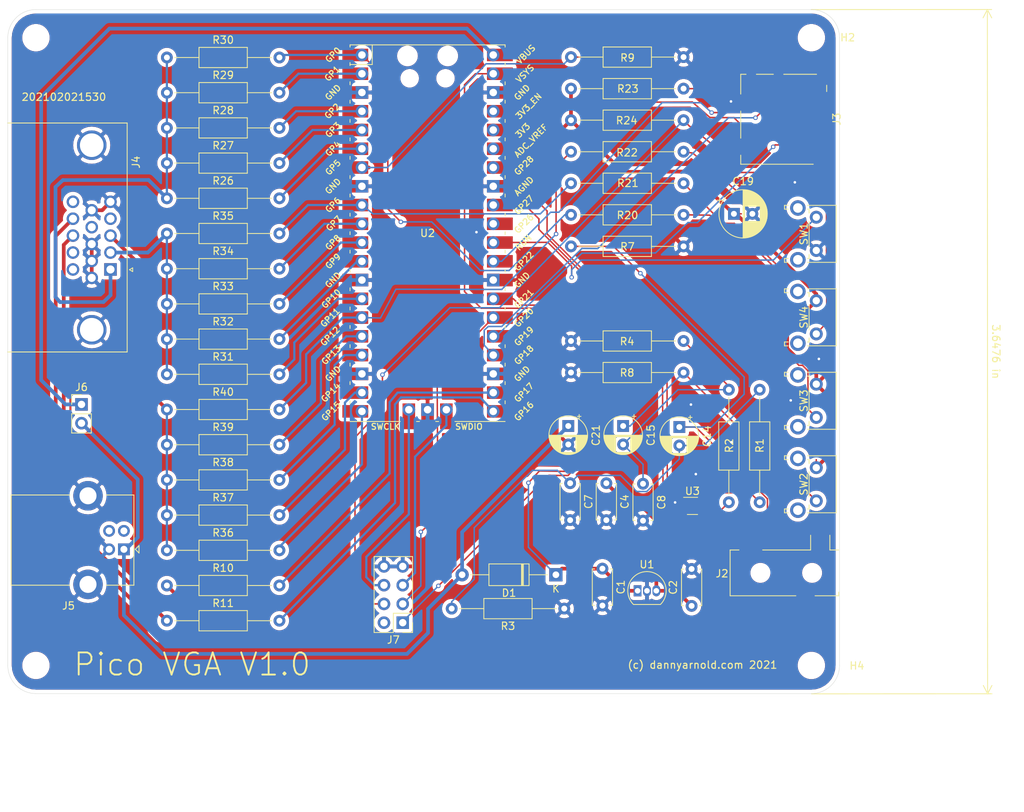
<source format=kicad_pcb>
(kicad_pcb (version 20171130) (host pcbnew "(5.1.9)-1")
  (layers (0 F.Cu signal hide) (31 B.Cu signal) (34 B.Paste user) (35 F.Paste user) (36 B.SilkS user) (37 F.SilkS user) (38 B.Mask user) (39 F.Mask user) (44 Edge.Cuts user))
  (net 0 "")
  (net 1 GND)
  (net 2 /VSYS)
  (net 3 +3.3VA)
  (net 4 /PWM_LL)
  (net 5 /PWM_RR)
  (net 6 +3V3)
  (net 7 /PWM_AUDIO_L)
  (net 8 /PWM_AUDIO_R)
  (net 9 +5V)
  (net 10 "Net-(J3-Pad9)")
  (net 11 "Net-(J3-Pad10)")
  (net 12 /GPIO19)
  (net 13 /GPIO5)
  (net 14 /GPIO18)
  (net 15 /GPIO22)
  (net 16 /SD_DAT1)
  (net 17 /SD_DAT2)
  (net 18 /VGA_R)
  (net 19 /VGA_G)
  (net 20 /VGA_B)
  (net 21 "Net-(J4-Pad4)")
  (net 22 "Net-(J4-Pad11)")
  (net 23 /HSYNC)
  (net 24 "Net-(J4-Pad12)")
  (net 25 "Net-(J4-Pad15)")
  (net 26 /VSYNC)
  (net 27 "Net-(J4-Pad9)")
  (net 28 "Net-(J5-Pad2)")
  (net 29 "Net-(J5-Pad3)")
  (net 30 VBUS)
  (net 31 /SWCLK)
  (net 32 /SWDIO)
  (net 33 /GPIO20)
  (net 34 /GPIO21)
  (net 35 /PWM_L)
  (net 36 /PWM_R)
  (net 37 /GPIO17)
  (net 38 /GPIO16)
  (net 39 "Net-(R20-Pad2)")
  (net 40 /GPIO0)
  (net 41 "Net-(R21-Pad2)")
  (net 42 /GPIO6)
  (net 43 "Net-(R22-Pad2)")
  (net 44 /GPIO11)
  (net 45 /GPIO4)
  (net 46 /GPIO3)
  (net 47 /GPIO2)
  (net 48 /GPIO1)
  (net 49 /GPIO10)
  (net 50 /GPIO9)
  (net 51 /GPIO8)
  (net 52 /GPIO7)
  (net 53 /GPIO15)
  (net 54 /GPIO14)
  (net 55 /GPIO13)
  (net 56 /GPIO12)
  (net 57 /RUN)
  (net 58 /GPIO26)
  (net 59 /GPIO27)
  (net 60 /GPIO28)
  (net 61 "Net-(U2-Pad35)")
  (net 62 "Net-(U2-Pad37)")
  (net 63 "Net-(J3-Pad1)")
  (module RPi_Pico:DSUB-15-L77HDE15SD1CH4F (layer F.Cu) (at 85.8357 66.0389 90)
    (fp_text reference J4 (at 10.2 17.43 270) (layer F.SilkS))
    (fp_text value L77HDE15SD1CH4F)
    (pad 1 thru_hole rect (at -4.33 13.97 270) (size 1.7 1.7) (drill 1.1) (layers *.Cu *.Mask) (net 18 /VGA_R))
    (pad 2 thru_hole circle (at -2.04 13.97 270) (size 1.7 1.7) (drill 1.1) (layers *.Cu *.Mask) (net 19 /VGA_G))
    (pad 3 thru_hole circle (at 0.25 13.97 270) (size 1.7 1.7) (drill 1.1) (layers *.Cu *.Mask) (net 20 /VGA_B))
    (pad 4 thru_hole circle (at 2.54 13.97 270) (size 1.7 1.7) (drill 1.1) (layers *.Cu *.Mask) (net 21 "Net-(J4-Pad4)"))
    (pad 5 thru_hole circle (at 4.83 13.97 270) (size 1.7 1.7) (drill 1.1) (layers *.Cu *.Mask) (net 1 GND))
    (pad 11 thru_hole circle (at -4.33 8.89 270) (size 1.7 1.7) (drill 1.1) (layers *.Cu *.Mask) (net 22 "Net-(J4-Pad11)"))
    (pad 13 thru_hole circle (at 0.25 8.89 270) (size 1.7 1.7) (drill 1.1) (layers *.Cu *.Mask) (net 23 /HSYNC))
    (pad 12 thru_hole circle (at -2.04 8.89 270) (size 1.7 1.7) (drill 1.1) (layers *.Cu *.Mask) (net 24 "Net-(J4-Pad12)"))
    (pad 15 thru_hole circle (at 4.83 8.89 270) (size 1.7 1.7) (drill 1.1) (layers *.Cu *.Mask) (net 25 "Net-(J4-Pad15)"))
    (pad 14 thru_hole circle (at 2.54 8.89 270) (size 1.7 1.7) (drill 1.1) (layers *.Cu *.Mask) (net 26 /VSYNC))
    (pad 10 thru_hole circle (at 3.685 11.43 270) (size 1.7 1.7) (drill 1.1) (layers *.Cu *.Mask) (net 1 GND))
    (pad 9 thru_hole circle (at 1.395 11.43 270) (size 1.7 1.7) (drill 1.1) (layers *.Cu *.Mask) (net 27 "Net-(J4-Pad9)"))
    (pad 6 thru_hole circle (at -5.475 11.43 270) (size 1.7 1.7) (drill 1.1) (layers *.Cu *.Mask) (net 1 GND))
    (pad 7 thru_hole circle (at -3.185 11.43 270) (size 1.7 1.7) (drill 1.1) (layers *.Cu *.Mask) (net 1 GND))
    (pad 8 thru_hole circle (at -0.895 11.43 270) (size 1.7 1.7) (drill 1.1) (layers *.Cu *.Mask) (net 1 GND))
    (pad 0 thru_hole circle (at -12.495 11.43 270) (size 4 4) (drill 3.2) (layers *.Cu *.Mask) (net 1 GND))
    (pad 0 thru_hole circle (at 12.495 11.43 270) (size 4 4) (drill 3.2) (layers *.Cu *.Mask) (net 1 GND))
  )
  (module RPi_Pico:RPi_Pico_SMD_TH (layer F.Cu) (at 142.7444 65.4558)
    (fp_text reference U2 (at 0 0) (layer F.SilkS))
    (fp_text value Pico)
    (fp_text user SWDIO (at 5.6 26.2) (layer F.SilkS) (effects (font (size 0.8 0.8))))
    (fp_text user SWCLK (at -5.7 26.2) (layer F.SilkS) (effects (font (size 0.8 0.8))))
    (fp_text user AGND (at 13.054 -6.35 45) (layer F.SilkS) (effects (font (size 0.8 0.8))))
    (fp_text user GND (at 12.8 -19.05 45) (layer F.SilkS) (effects (font (size 0.8 0.8))))
    (fp_text user GND (at 12.8 6.35 45) (layer F.SilkS) (effects (font (size 0.8 0.8))))
    (fp_text user GND (at 12.8 19.05 45) (layer F.SilkS) (effects (font (size 0.8 0.8))))
    (fp_text user GND (at -12.8 19.05 45) (layer F.SilkS) (effects (font (size 0.8 0.8))))
    (fp_text user GND (at -12.8 6.35 45) (layer F.SilkS) (effects (font (size 0.8 0.8))))
    (fp_text user GND (at -12.8 -6.35 45) (layer F.SilkS) (effects (font (size 0.8 0.8))))
    (fp_text user GND (at -12.8 -19.05 45) (layer F.SilkS) (effects (font (size 0.8 0.8))))
    (fp_text user VBUS (at 13.3 -24.2 45) (layer F.SilkS) (effects (font (size 0.8 0.8))))
    (fp_text user VSYS (at 13.2 -21.59 45) (layer F.SilkS) (effects (font (size 0.8 0.8))))
    (fp_text user 3V3_EN (at 13.7 -17.2 45) (layer F.SilkS) (effects (font (size 0.8 0.8))))
    (fp_text user 3V3 (at 12.9 -13.9 45) (layer F.SilkS) (effects (font (size 0.8 0.8))))
    (fp_text user ADC_VREF (at 14 -12.5 45) (layer F.SilkS) (effects (font (size 0.8 0.8))))
    (fp_text user GP28 (at 13.054 -9.144 45) (layer F.SilkS) (effects (font (size 0.8 0.8))))
    (fp_text user GP27 (at 13.054 -3.8 45) (layer F.SilkS) (effects (font (size 0.8 0.8))))
    (fp_text user GP26 (at 13.054 -1.27 45) (layer F.SilkS) (effects (font (size 0.8 0.8))))
    (fp_text user RUN (at 13 1.27 45) (layer F.SilkS) (effects (font (size 0.8 0.8))))
    (fp_text user GP22 (at 13.054 3.81 45) (layer F.SilkS) (effects (font (size 0.8 0.8))))
    (fp_text user GP21 (at 13.054 8.9 45) (layer F.SilkS) (effects (font (size 0.8 0.8))))
    (fp_text user GP20 (at 13.054 11.43 45) (layer F.SilkS) (effects (font (size 0.8 0.8))))
    (fp_text user GP19 (at 13.054 13.97 45) (layer F.SilkS) (effects (font (size 0.8 0.8))))
    (fp_text user GP18 (at 13.054 16.51 45) (layer F.SilkS) (effects (font (size 0.8 0.8))))
    (fp_text user GP17 (at 13.054 21.59 45) (layer F.SilkS) (effects (font (size 0.8 0.8))))
    (fp_text user GP16 (at 13.054 24.13 45) (layer F.SilkS) (effects (font (size 0.8 0.8))))
    (fp_text user GP15 (at -13.054 24.13 45) (layer F.SilkS) (effects (font (size 0.8 0.8))))
    (fp_text user GP14 (at -13.1 21.59 45) (layer F.SilkS) (effects (font (size 0.8 0.8))))
    (fp_text user GP13 (at -13.054 16.51 45) (layer F.SilkS) (effects (font (size 0.8 0.8))))
    (fp_text user GP12 (at -13.2 13.97 45) (layer F.SilkS) (effects (font (size 0.8 0.8))))
    (fp_text user GP11 (at -13.2 11.43 45) (layer F.SilkS) (effects (font (size 0.8 0.8))))
    (fp_text user GP10 (at -13.054 8.89 45) (layer F.SilkS) (effects (font (size 0.8 0.8))))
    (fp_text user GP9 (at -12.8 3.81 45) (layer F.SilkS) (effects (font (size 0.8 0.8))))
    (fp_text user GP8 (at -12.8 1.27 45) (layer F.SilkS) (effects (font (size 0.8 0.8))))
    (fp_text user GP7 (at -12.7 -1.3 45) (layer F.SilkS) (effects (font (size 0.8 0.8))))
    (fp_text user GP6 (at -12.8 -3.81 45) (layer F.SilkS) (effects (font (size 0.8 0.8))))
    (fp_text user GP5 (at -12.8 -8.89 45) (layer F.SilkS) (effects (font (size 0.8 0.8))))
    (fp_text user GP4 (at -12.8 -11.43 45) (layer F.SilkS) (effects (font (size 0.8 0.8))))
    (fp_text user GP3 (at -12.8 -13.97 45) (layer F.SilkS) (effects (font (size 0.8 0.8))))
    (fp_text user GP0 (at -12.8 -24.13 45) (layer F.SilkS) (effects (font (size 0.8 0.8))))
    (fp_text user GP2 (at -12.9 -16.51 45) (layer F.SilkS) (effects (font (size 0.8 0.8))))
    (fp_text user GP1 (at -12.9 -21.6 45) (layer F.SilkS) (effects (font (size 0.8 0.8))))
    (pad 43 thru_hole oval (at 2.54 23.9) (size 1.7 1.7) (drill 1.02) (layers *.Cu *.Mask) (net 32 /SWDIO))
    (pad 43 smd rect (at 2.54 23.9 90) (size 3.5 1.7) (drill (offset -0.9 0)) (layers F.Cu F.Mask) (net 32 /SWDIO))
    (pad 42 thru_hole rect (at 0 23.9) (size 1.7 1.7) (drill 1.02) (layers *.Cu *.Mask) (net 1 GND))
    (pad 42 smd rect (at 0 23.9 90) (size 3.5 1.7) (drill (offset -0.9 0)) (layers F.Cu F.Mask) (net 1 GND))
    (pad 41 thru_hole oval (at -2.54 23.9) (size 1.7 1.7) (drill 1.02) (layers *.Cu *.Mask) (net 31 /SWCLK))
    (pad 41 smd rect (at -2.54 23.9 90) (size 3.5 1.7) (drill (offset -0.9 0)) (layers F.Cu F.Mask) (net 31 /SWCLK))
    (pad "" np_thru_hole oval (at 2.425 -20.97) (size 1.5 1.5) (drill 1.5) (layers *.Cu *.Mask))
    (pad "" np_thru_hole oval (at -2.425 -20.97) (size 1.5 1.5) (drill 1.5) (layers *.Cu *.Mask))
    (pad "" np_thru_hole oval (at 2.725 -24) (size 1.8 1.8) (drill 1.8) (layers *.Cu *.Mask))
    (pad "" np_thru_hole oval (at -2.725 -24) (size 1.8 1.8) (drill 1.8) (layers *.Cu *.Mask))
    (pad 21 smd rect (at 8.89 24.13) (size 3.5 1.7) (drill (offset 0.9 0)) (layers F.Cu F.Mask) (net 38 /GPIO16))
    (pad 22 smd rect (at 8.89 21.59) (size 3.5 1.7) (drill (offset 0.9 0)) (layers F.Cu F.Mask) (net 37 /GPIO17))
    (pad 23 smd rect (at 8.89 19.05) (size 3.5 1.7) (drill (offset 0.9 0)) (layers F.Cu F.Mask) (net 1 GND))
    (pad 24 smd rect (at 8.89 16.51) (size 3.5 1.7) (drill (offset 0.9 0)) (layers F.Cu F.Mask) (net 14 /GPIO18))
    (pad 25 smd rect (at 8.89 13.97) (size 3.5 1.7) (drill (offset 0.9 0)) (layers F.Cu F.Mask) (net 12 /GPIO19))
    (pad 26 smd rect (at 8.89 11.43) (size 3.5 1.7) (drill (offset 0.9 0)) (layers F.Cu F.Mask) (net 33 /GPIO20))
    (pad 27 smd rect (at 8.89 8.89) (size 3.5 1.7) (drill (offset 0.9 0)) (layers F.Cu F.Mask) (net 34 /GPIO21))
    (pad 28 smd rect (at 8.89 6.35) (size 3.5 1.7) (drill (offset 0.9 0)) (layers F.Cu F.Mask) (net 1 GND))
    (pad 29 smd rect (at 8.89 3.81) (size 3.5 1.7) (drill (offset 0.9 0)) (layers F.Cu F.Mask) (net 15 /GPIO22))
    (pad 30 smd rect (at 8.89 1.27) (size 3.5 1.7) (drill (offset 0.9 0)) (layers F.Cu F.Mask) (net 57 /RUN))
    (pad 31 smd rect (at 8.89 -1.27) (size 3.5 1.7) (drill (offset 0.9 0)) (layers F.Cu F.Mask) (net 58 /GPIO26))
    (pad 32 smd rect (at 8.89 -3.81) (size 3.5 1.7) (drill (offset 0.9 0)) (layers F.Cu F.Mask) (net 59 /GPIO27))
    (pad 33 smd rect (at 8.89 -6.35) (size 3.5 1.7) (drill (offset 0.9 0)) (layers F.Cu F.Mask) (net 1 GND))
    (pad 34 smd rect (at 8.89 -8.89) (size 3.5 1.7) (drill (offset 0.9 0)) (layers F.Cu F.Mask) (net 60 /GPIO28))
    (pad 35 smd rect (at 8.89 -11.43) (size 3.5 1.7) (drill (offset 0.9 0)) (layers F.Cu F.Mask) (net 61 "Net-(U2-Pad35)"))
    (pad 36 smd rect (at 8.89 -13.97) (size 3.5 1.7) (drill (offset 0.9 0)) (layers F.Cu F.Mask) (net 6 +3V3))
    (pad 37 smd rect (at 8.89 -16.51) (size 3.5 1.7) (drill (offset 0.9 0)) (layers F.Cu F.Mask) (net 62 "Net-(U2-Pad37)"))
    (pad 38 smd rect (at 8.89 -19.05) (size 3.5 1.7) (drill (offset 0.9 0)) (layers F.Cu F.Mask) (net 1 GND))
    (pad 39 smd rect (at 8.89 -21.59) (size 3.5 1.7) (drill (offset 0.9 0)) (layers F.Cu F.Mask) (net 2 /VSYS))
    (pad 40 smd rect (at 8.89 -24.13) (size 3.5 1.7) (drill (offset 0.9 0)) (layers F.Cu F.Mask) (net 30 VBUS))
    (pad 20 smd rect (at -8.89 24.13) (size 3.5 1.7) (drill (offset -0.9 0)) (layers F.Cu F.Mask) (net 53 /GPIO15))
    (pad 19 smd rect (at -8.89 21.59) (size 3.5 1.7) (drill (offset -0.9 0)) (layers F.Cu F.Mask) (net 54 /GPIO14))
    (pad 18 smd rect (at -8.89 19.05) (size 3.5 1.7) (drill (offset -0.9 0)) (layers F.Cu F.Mask) (net 1 GND))
    (pad 17 smd rect (at -8.89 16.51) (size 3.5 1.7) (drill (offset -0.9 0)) (layers F.Cu F.Mask) (net 55 /GPIO13))
    (pad 16 smd rect (at -8.89 13.97) (size 3.5 1.7) (drill (offset -0.9 0)) (layers F.Cu F.Mask) (net 56 /GPIO12))
    (pad 15 smd rect (at -8.89 11.43) (size 3.5 1.7) (drill (offset -0.9 0)) (layers F.Cu F.Mask) (net 44 /GPIO11))
    (pad 14 smd rect (at -8.89 8.89) (size 3.5 1.7) (drill (offset -0.9 0)) (layers F.Cu F.Mask) (net 49 /GPIO10))
    (pad 13 smd rect (at -8.89 6.35) (size 3.5 1.7) (drill (offset -0.9 0)) (layers F.Cu F.Mask) (net 1 GND))
    (pad 12 smd rect (at -8.89 3.81) (size 3.5 1.7) (drill (offset -0.9 0)) (layers F.Cu F.Mask) (net 50 /GPIO9))
    (pad 11 smd rect (at -8.89 1.27) (size 3.5 1.7) (drill (offset -0.9 0)) (layers F.Cu F.Mask) (net 51 /GPIO8))
    (pad 10 smd rect (at -8.89 -1.27) (size 3.5 1.7) (drill (offset -0.9 0)) (layers F.Cu F.Mask) (net 52 /GPIO7))
    (pad 9 smd rect (at -8.89 -3.81) (size 3.5 1.7) (drill (offset -0.9 0)) (layers F.Cu F.Mask) (net 42 /GPIO6))
    (pad 8 smd rect (at -8.89 -6.35) (size 3.5 1.7) (drill (offset -0.9 0)) (layers F.Cu F.Mask) (net 1 GND))
    (pad 7 smd rect (at -8.89 -8.89) (size 3.5 1.7) (drill (offset -0.9 0)) (layers F.Cu F.Mask) (net 13 /GPIO5))
    (pad 6 smd rect (at -8.89 -11.43) (size 3.5 1.7) (drill (offset -0.9 0)) (layers F.Cu F.Mask) (net 45 /GPIO4))
    (pad 5 smd rect (at -8.89 -13.97) (size 3.5 1.7) (drill (offset -0.9 0)) (layers F.Cu F.Mask) (net 46 /GPIO3))
    (pad 4 smd rect (at -8.89 -16.51) (size 3.5 1.7) (drill (offset -0.9 0)) (layers F.Cu F.Mask) (net 47 /GPIO2))
    (pad 3 smd rect (at -8.89 -19.05) (size 3.5 1.7) (drill (offset -0.9 0)) (layers F.Cu F.Mask) (net 1 GND))
    (pad 2 smd rect (at -8.89 -21.59) (size 3.5 1.7) (drill (offset -0.9 0)) (layers F.Cu F.Mask) (net 48 /GPIO1))
    (pad 1 smd rect (at -8.89 -24.13) (size 3.5 1.7) (drill (offset -0.9 0)) (layers F.Cu F.Mask) (net 40 /GPIO0))
    (pad 40 thru_hole oval (at 8.89 -24.13) (size 1.7 1.7) (drill 1.02) (layers *.Cu *.Mask) (net 30 VBUS))
    (pad 39 thru_hole oval (at 8.89 -21.59) (size 1.7 1.7) (drill 1.02) (layers *.Cu *.Mask) (net 2 /VSYS))
    (pad 38 thru_hole rect (at 8.89 -19.05) (size 1.7 1.7) (drill 1.02) (layers *.Cu *.Mask) (net 1 GND))
    (pad 37 thru_hole oval (at 8.89 -16.51) (size 1.7 1.7) (drill 1.02) (layers *.Cu *.Mask) (net 62 "Net-(U2-Pad37)"))
    (pad 36 thru_hole oval (at 8.89 -13.97) (size 1.7 1.7) (drill 1.02) (layers *.Cu *.Mask) (net 6 +3V3))
    (pad 35 thru_hole oval (at 8.89 -11.43) (size 1.7 1.7) (drill 1.02) (layers *.Cu *.Mask) (net 61 "Net-(U2-Pad35)"))
    (pad 34 thru_hole oval (at 8.89 -8.89) (size 1.7 1.7) (drill 1.02) (layers *.Cu *.Mask) (net 60 /GPIO28))
    (pad 33 thru_hole rect (at 8.89 -6.35) (size 1.7 1.7) (drill 1.02) (layers *.Cu *.Mask) (net 1 GND))
    (pad 32 thru_hole oval (at 8.89 -3.81) (size 1.7 1.7) (drill 1.02) (layers *.Cu *.Mask) (net 59 /GPIO27))
    (pad 31 thru_hole oval (at 8.89 -1.27) (size 1.7 1.7) (drill 1.02) (layers *.Cu *.Mask) (net 58 /GPIO26))
    (pad 30 thru_hole oval (at 8.89 1.27) (size 1.7 1.7) (drill 1.02) (layers *.Cu *.Mask) (net 57 /RUN))
    (pad 29 thru_hole oval (at 8.89 3.81) (size 1.7 1.7) (drill 1.02) (layers *.Cu *.Mask) (net 15 /GPIO22))
    (pad 28 thru_hole rect (at 8.89 6.35) (size 1.7 1.7) (drill 1.02) (layers *.Cu *.Mask) (net 1 GND))
    (pad 27 thru_hole oval (at 8.89 8.89) (size 1.7 1.7) (drill 1.02) (layers *.Cu *.Mask) (net 34 /GPIO21))
    (pad 26 thru_hole oval (at 8.89 11.43) (size 1.7 1.7) (drill 1.02) (layers *.Cu *.Mask) (net 33 /GPIO20))
    (pad 25 thru_hole oval (at 8.89 13.97) (size 1.7 1.7) (drill 1.02) (layers *.Cu *.Mask) (net 12 /GPIO19))
    (pad 24 thru_hole oval (at 8.89 16.51) (size 1.7 1.7) (drill 1.02) (layers *.Cu *.Mask) (net 14 /GPIO18))
    (pad 23 thru_hole rect (at 8.89 19.05) (size 1.7 1.7) (drill 1.02) (layers *.Cu *.Mask) (net 1 GND))
    (pad 22 thru_hole oval (at 8.89 21.59) (size 1.7 1.7) (drill 1.02) (layers *.Cu *.Mask) (net 37 /GPIO17))
    (pad 21 thru_hole oval (at 8.89 24.13) (size 1.7 1.7) (drill 1.02) (layers *.Cu *.Mask) (net 38 /GPIO16))
    (pad 20 thru_hole oval (at -8.89 24.13) (size 1.7 1.7) (drill 1.02) (layers *.Cu *.Mask) (net 53 /GPIO15))
    (pad 19 thru_hole oval (at -8.89 21.59) (size 1.7 1.7) (drill 1.02) (layers *.Cu *.Mask) (net 54 /GPIO14))
    (pad 18 thru_hole rect (at -8.89 19.05) (size 1.7 1.7) (drill 1.02) (layers *.Cu *.Mask) (net 1 GND))
    (pad 17 thru_hole oval (at -8.89 16.51) (size 1.7 1.7) (drill 1.02) (layers *.Cu *.Mask) (net 55 /GPIO13))
    (pad 16 thru_hole oval (at -8.89 13.97) (size 1.7 1.7) (drill 1.02) (layers *.Cu *.Mask) (net 56 /GPIO12))
    (pad 15 thru_hole oval (at -8.89 11.43) (size 1.7 1.7) (drill 1.02) (layers *.Cu *.Mask) (net 44 /GPIO11))
    (pad 14 thru_hole oval (at -8.89 8.89) (size 1.7 1.7) (drill 1.02) (layers *.Cu *.Mask) (net 49 /GPIO10))
    (pad 13 thru_hole rect (at -8.89 6.35) (size 1.7 1.7) (drill 1.02) (layers *.Cu *.Mask) (net 1 GND))
    (pad 12 thru_hole oval (at -8.89 3.81) (size 1.7 1.7) (drill 1.02) (layers *.Cu *.Mask) (net 50 /GPIO9))
    (pad 11 thru_hole oval (at -8.89 1.27) (size 1.7 1.7) (drill 1.02) (layers *.Cu *.Mask) (net 51 /GPIO8))
    (pad 10 thru_hole oval (at -8.89 -1.27) (size 1.7 1.7) (drill 1.02) (layers *.Cu *.Mask) (net 52 /GPIO7))
    (pad 9 thru_hole oval (at -8.89 -3.81) (size 1.7 1.7) (drill 1.02) (layers *.Cu *.Mask) (net 42 /GPIO6))
    (pad 8 thru_hole rect (at -8.89 -6.35) (size 1.7 1.7) (drill 1.02) (layers *.Cu *.Mask) (net 1 GND))
    (pad 7 thru_hole oval (at -8.89 -8.89) (size 1.7 1.7) (drill 1.02) (layers *.Cu *.Mask) (net 13 /GPIO5))
    (pad 6 thru_hole oval (at -8.89 -11.43) (size 1.7 1.7) (drill 1.02) (layers *.Cu *.Mask) (net 45 /GPIO4))
    (pad 5 thru_hole oval (at -8.89 -13.97) (size 1.7 1.7) (drill 1.02) (layers *.Cu *.Mask) (net 46 /GPIO3))
    (pad 4 thru_hole oval (at -8.89 -16.51) (size 1.7 1.7) (drill 1.02) (layers *.Cu *.Mask) (net 47 /GPIO2))
    (pad 3 thru_hole rect (at -8.89 -19.05) (size 1.7 1.7) (drill 1.02) (layers *.Cu *.Mask) (net 1 GND))
    (pad 2 thru_hole oval (at -8.89 -21.59) (size 1.7 1.7) (drill 1.02) (layers *.Cu *.Mask) (net 48 /GPIO1))
    (pad 1 thru_hole oval (at -8.89 -24.13) (size 1.7 1.7) (drill 1.02) (layers *.Cu *.Mask) (net 40 /GPIO0))
  )
  (module Resistor_THT:R_Axial_DIN0207_L6.3mm_D2.5mm_P15.24mm_Horizontal (layer F.Cu) (at 177.4027 50.15682 180)
    (fp_text reference R24 (at 7.69874 -0.04772) (layer F.SilkS))
    (fp_text value 10k)
    (pad 2 thru_hole oval (at 15.24 0 180) (size 1.6 1.6) (drill 0.8) (layers *.Cu *.Mask) (net 6 +3V3))
    (pad 1 thru_hole circle (at 0 0 180) (size 1.6 1.6) (drill 0.8) (layers *.Cu *.Mask) (net 16 /SD_DAT1))
  )
  (module Resistor_THT:R_Axial_DIN0207_L6.3mm_D2.5mm_P15.24mm_Horizontal (layer F.Cu) (at 177.4027 45.88556 180)
    (fp_text reference R23 (at 7.53872 -0.02384) (layer F.SilkS))
    (fp_text value 10k)
    (pad 2 thru_hole oval (at 15.24 0 180) (size 1.6 1.6) (drill 0.8) (layers *.Cu *.Mask) (net 6 +3V3))
    (pad 1 thru_hole circle (at 0 0 180) (size 1.6 1.6) (drill 0.8) (layers *.Cu *.Mask) (net 63 "Net-(J3-Pad1)"))
  )
  (module Capacitor_THT:CP_Radial_D5.0mm_P2.50mm (layer F.Cu) (at 161.7944 91.567 270)
    (fp_text reference C21 (at 1.25 -3.75 90) (layer F.SilkS))
    (fp_text value 47u)
    (pad 2 thru_hole circle (at 2.5 0 270) (size 1.6 1.6) (drill 0.8) (layers *.Cu *.Mask) (net 1 GND))
    (pad 1 thru_hole rect (at 0 0 270) (size 1.6 1.6) (drill 0.8) (layers *.Cu *.Mask) (net 9 +5V))
  )
  (module Capacitor_THT:CP_Radial_D6.3mm_P2.50mm (layer F.Cu) (at 184.2226 62.8385)
    (fp_text reference C19 (at 1.25 -4.4) (layer F.SilkS))
    (fp_text value 10u)
    (pad 2 thru_hole circle (at 2.5 0) (size 1.6 1.6) (drill 0.8) (layers *.Cu *.Mask) (net 1 GND))
    (pad 1 thru_hole rect (at 0 0) (size 1.6 1.6) (drill 0.8) (layers *.Cu *.Mask) (net 6 +3V3))
  )
  (module Capacitor_THT:CP_Radial_D5.0mm_P2.50mm (layer F.Cu) (at 169.2239 91.567 270)
    (fp_text reference C15 (at 1.25 -3.75 90) (layer F.SilkS))
    (fp_text value 47u)
    (pad 2 thru_hole circle (at 2.5 0 270) (size 1.6 1.6) (drill 0.8) (layers *.Cu *.Mask) (net 5 /PWM_RR))
    (pad 1 thru_hole rect (at 0 0 270) (size 1.6 1.6) (drill 0.8) (layers *.Cu *.Mask) (net 8 /PWM_AUDIO_R))
  )
  (module Capacitor_THT:CP_Radial_D5.0mm_P2.50mm (layer F.Cu) (at 176.8312 91.7056 270)
    (fp_text reference C14 (at 1.25 -3.75 90) (layer F.SilkS))
    (fp_text value 47u)
    (pad 2 thru_hole circle (at 2.5 0 270) (size 1.6 1.6) (drill 0.8) (layers *.Cu *.Mask) (net 4 /PWM_LL))
    (pad 1 thru_hole rect (at 0 0 270) (size 1.6 1.6) (drill 0.8) (layers *.Cu *.Mask) (net 7 /PWM_AUDIO_L))
  )
  (module Button_Switch_THT:SW_Tactile_SPST_Angled_PTS645Vx83-2LFS (layer F.Cu) (at 195.3768 74.599066 270)
    (fp_text reference SW4 (at 2.25 1.68 90) (layer F.SilkS))
    (fp_text value SW_Push)
    (pad "" thru_hole circle (at -1.25 2.49 270) (size 2.1 2.1) (drill 1.3) (layers *.Cu *.Mask))
    (pad 1 thru_hole circle (at 0 0 270) (size 1.75 1.75) (drill 0.99) (layers *.Cu *.Mask) (net 6 +3V3))
    (pad 2 thru_hole circle (at 4.5 0 270) (size 1.75 1.75) (drill 0.99) (layers *.Cu *.Mask) (net 43 "Net-(R22-Pad2)"))
    (pad "" thru_hole circle (at 5.76 2.49 270) (size 2.1 2.1) (drill 1.3) (layers *.Cu *.Mask))
  )
  (module Button_Switch_THT:SW_Tactile_SPST_Angled_PTS645Vx83-2LFS (layer F.Cu) (at 195.3768 85.902432 270)
    (fp_text reference SW3 (at 2.25 1.68 90) (layer F.SilkS))
    (fp_text value SW_Push)
    (pad "" thru_hole circle (at -1.25 2.49 270) (size 2.1 2.1) (drill 1.3) (layers *.Cu *.Mask))
    (pad 1 thru_hole circle (at 0 0 270) (size 1.75 1.75) (drill 0.99) (layers *.Cu *.Mask) (net 6 +3V3))
    (pad 2 thru_hole circle (at 4.5 0 270) (size 1.75 1.75) (drill 0.99) (layers *.Cu *.Mask) (net 41 "Net-(R21-Pad2)"))
    (pad "" thru_hole circle (at 5.76 2.49 270) (size 2.1 2.1) (drill 1.3) (layers *.Cu *.Mask))
  )
  (module Button_Switch_THT:SW_Tactile_SPST_Angled_PTS645Vx83-2LFS (layer F.Cu) (at 195.3768 97.2058 270)
    (fp_text reference SW2 (at 2.25 1.68 90) (layer F.SilkS))
    (fp_text value SW_Push)
    (pad "" thru_hole circle (at -1.25 2.49 270) (size 2.1 2.1) (drill 1.3) (layers *.Cu *.Mask))
    (pad 1 thru_hole circle (at 0 0 270) (size 1.75 1.75) (drill 0.99) (layers *.Cu *.Mask) (net 6 +3V3))
    (pad 2 thru_hole circle (at 4.5 0 270) (size 1.75 1.75) (drill 0.99) (layers *.Cu *.Mask) (net 39 "Net-(R20-Pad2)"))
    (pad "" thru_hole circle (at 5.76 2.49 270) (size 2.1 2.1) (drill 1.3) (layers *.Cu *.Mask))
  )
  (module Button_Switch_THT:SW_Tactile_SPST_Angled_PTS645Vx83-2LFS (layer F.Cu) (at 195.3768 63.2957 270)
    (fp_text reference SW1 (at 2.25 1.68 90) (layer F.SilkS))
    (fp_text value SW_Push)
    (pad "" thru_hole circle (at -1.25 2.49 270) (size 2.1 2.1) (drill 1.3) (layers *.Cu *.Mask))
    (pad 1 thru_hole circle (at 0 0 270) (size 1.75 1.75) (drill 0.99) (layers *.Cu *.Mask) (net 57 /RUN))
    (pad 2 thru_hole circle (at 4.5 0 270) (size 1.75 1.75) (drill 0.99) (layers *.Cu *.Mask) (net 1 GND))
    (pad "" thru_hole circle (at 5.76 2.49 270) (size 2.1 2.1) (drill 1.3) (layers *.Cu *.Mask))
  )
  (module Resistor_THT:R_Axial_DIN0207_L6.3mm_D2.5mm_P15.24mm_Horizontal (layer F.Cu) (at 162.1627 84.3269)
    (fp_text reference R8 (at 7.5946 0.04064) (layer F.SilkS))
    (fp_text value 1.8K)
    (pad 2 thru_hole oval (at 15.24 0) (size 1.6 1.6) (drill 0.8) (layers *.Cu *.Mask) (net 8 /PWM_AUDIO_R))
    (pad 1 thru_hole circle (at 0 0) (size 1.6 1.6) (drill 0.8) (layers *.Cu *.Mask) (net 1 GND))
  )
  (module Resistor_THT:R_Axial_DIN0207_L6.3mm_D2.5mm_P15.24mm_Horizontal (layer F.Cu) (at 177.4027 67.24186 180)
    (fp_text reference R7 (at 7.59206 -0.03656) (layer F.SilkS))
    (fp_text value 1.8K)
    (pad 2 thru_hole oval (at 15.24 0 180) (size 1.6 1.6) (drill 0.8) (layers *.Cu *.Mask) (net 7 /PWM_AUDIO_L))
    (pad 1 thru_hole circle (at 0 0 180) (size 1.6 1.6) (drill 0.8) (layers *.Cu *.Mask) (net 1 GND))
  )
  (module Package_TO_SOT_THT:TO-92_Inline (layer F.Cu) (at 171.1797 113.8809)
    (fp_text reference U1 (at 1.27 -3.56) (layer F.SilkS))
    (fp_text value AP7361C-33E)
    (pad 1 thru_hole rect (at 0 0) (size 1.05 1.5) (drill 0.75) (layers *.Cu *.Mask) (net 2 /VSYS))
    (pad 3 thru_hole oval (at 2.54 0) (size 1.05 1.5) (drill 0.75) (layers *.Cu *.Mask) (net 3 +3.3VA))
    (pad 2 thru_hole oval (at 1.27 0) (size 1.05 1.5) (drill 0.75) (layers *.Cu *.Mask) (net 1 GND))
  )
  (module Connector_USB:USB_B_Lumberg_2411_02_Horizontal (layer F.Cu) (at 101.6218 108.2664 180)
    (fp_text reference J5 (at 7.5 -7.65) (layer F.SilkS))
    (fp_text value USB_B)
    (pad 5 thru_hole circle (at 4.86 -4.75 270) (size 4 4) (drill 2.3) (layers *.Cu *.Mask) (net 1 GND))
    (pad 5 thru_hole circle (at 4.86 7.25 270) (size 4 4) (drill 2.3) (layers *.Cu *.Mask) (net 1 GND))
    (pad 4 thru_hole circle (at 2 0 270) (size 1.6 1.6) (drill 0.95) (layers *.Cu *.Mask) (net 1 GND))
    (pad 3 thru_hole circle (at 2 2.5 270) (size 1.6 1.6) (drill 0.95) (layers *.Cu *.Mask) (net 29 "Net-(J5-Pad3)"))
    (pad 2 thru_hole circle (at 0 2.5 270) (size 1.6 1.6) (drill 0.95) (layers *.Cu *.Mask) (net 28 "Net-(J5-Pad2)"))
    (pad 1 thru_hole rect (at 0 0 270) (size 1.6 1.6) (drill 0.95) (layers *.Cu *.Mask) (net 9 +5V))
  )
  (module Diode_THT:D_A-405_P12.70mm_Horizontal (layer F.Cu) (at 160.118 111.7092 180)
    (fp_text reference D1 (at 6.35 -2.47) (layer F.SilkS))
    (fp_text value MBR120)
    (fp_text user K (at 0 -1.9) (layer F.SilkS))
    (pad 2 thru_hole oval (at 12.7 0 180) (size 1.8 1.8) (drill 0.9) (layers *.Cu *.Mask) (net 9 +5V))
    (pad 1 thru_hole rect (at 0 0 180) (size 1.8 1.8) (drill 0.9) (layers *.Cu *.Mask) (net 2 /VSYS))
  )
  (module Package_TO_SOT_SMD:SOT-363_SC-70-6 (layer F.Cu) (at 178.6092 102.3863)
    (fp_text reference U3 (at 0 -2) (layer F.SilkS))
    (fp_text value NC7WZ16P6X)
    (pad 6 smd rect (at 0.95 -0.65) (size 0.65 0.4) (layers F.Cu F.Paste F.Mask) (net 35 /PWM_L))
    (pad 4 smd rect (at 0.95 0.65) (size 0.65 0.4) (layers F.Cu F.Paste F.Mask) (net 36 /PWM_R))
    (pad 2 smd rect (at -0.95 0) (size 0.65 0.4) (layers F.Cu F.Paste F.Mask) (net 1 GND))
    (pad 5 smd rect (at 0.95 0) (size 0.65 0.4) (layers F.Cu F.Paste F.Mask) (net 3 +3.3VA))
    (pad 3 smd rect (at -0.95 0.65) (size 0.65 0.4) (layers F.Cu F.Paste F.Mask) (net 59 /GPIO27))
    (pad 1 smd rect (at -0.95 -0.65) (size 0.65 0.4) (layers F.Cu F.Paste F.Mask) (net 60 /GPIO28))
  )
  (module Resistor_THT:R_Axial_DIN0207_L6.3mm_D2.5mm_P15.24mm_Horizontal (layer F.Cu) (at 107.442 89.33338)
    (fp_text reference R40 (at 7.62 -2.37) (layer F.SilkS))
    (fp_text value 8.06k)
    (pad 2 thru_hole oval (at 15.24 0) (size 1.6 1.6) (drill 0.8) (layers *.Cu *.Mask) (net 44 /GPIO11))
    (pad 1 thru_hole circle (at 0 0) (size 1.6 1.6) (drill 0.8) (layers *.Cu *.Mask) (net 20 /VGA_B))
  )
  (module Resistor_THT:R_Axial_DIN0207_L6.3mm_D2.5mm_P15.24mm_Horizontal (layer F.Cu) (at 107.442 94.099848)
    (fp_text reference R39 (at 7.62 -2.37) (layer F.SilkS))
    (fp_text value 4.02k)
    (pad 2 thru_hole oval (at 15.24 0) (size 1.6 1.6) (drill 0.8) (layers *.Cu *.Mask) (net 56 /GPIO12))
    (pad 1 thru_hole circle (at 0 0) (size 1.6 1.6) (drill 0.8) (layers *.Cu *.Mask) (net 20 /VGA_B))
  )
  (module Resistor_THT:R_Axial_DIN0207_L6.3mm_D2.5mm_P15.24mm_Horizontal (layer F.Cu) (at 107.442 98.866316)
    (fp_text reference R38 (at 7.62 -2.37) (layer F.SilkS))
    (fp_text value 2k)
    (pad 2 thru_hole oval (at 15.24 0) (size 1.6 1.6) (drill 0.8) (layers *.Cu *.Mask) (net 55 /GPIO13))
    (pad 1 thru_hole circle (at 0 0) (size 1.6 1.6) (drill 0.8) (layers *.Cu *.Mask) (net 20 /VGA_B))
  )
  (module Resistor_THT:R_Axial_DIN0207_L6.3mm_D2.5mm_P15.24mm_Horizontal (layer F.Cu) (at 107.442 103.632784)
    (fp_text reference R37 (at 7.62 -2.37) (layer F.SilkS))
    (fp_text value 1k)
    (pad 2 thru_hole oval (at 15.24 0) (size 1.6 1.6) (drill 0.8) (layers *.Cu *.Mask) (net 54 /GPIO14))
    (pad 1 thru_hole circle (at 0 0) (size 1.6 1.6) (drill 0.8) (layers *.Cu *.Mask) (net 20 /VGA_B))
  )
  (module Resistor_THT:R_Axial_DIN0207_L6.3mm_D2.5mm_P15.24mm_Horizontal (layer F.Cu) (at 107.442 108.399252)
    (fp_text reference R36 (at 7.62 -2.37) (layer F.SilkS))
    (fp_text value 499)
    (pad 2 thru_hole oval (at 15.24 0) (size 1.6 1.6) (drill 0.8) (layers *.Cu *.Mask) (net 53 /GPIO15))
    (pad 1 thru_hole circle (at 0 0) (size 1.6 1.6) (drill 0.8) (layers *.Cu *.Mask) (net 20 /VGA_B))
  )
  (module Resistor_THT:R_Axial_DIN0207_L6.3mm_D2.5mm_P15.24mm_Horizontal (layer F.Cu) (at 107.442 65.50104)
    (fp_text reference R35 (at 7.62 -2.37) (layer F.SilkS))
    (fp_text value 8.06k)
    (pad 2 thru_hole oval (at 15.24 0) (size 1.6 1.6) (drill 0.8) (layers *.Cu *.Mask) (net 42 /GPIO6))
    (pad 1 thru_hole circle (at 0 0) (size 1.6 1.6) (drill 0.8) (layers *.Cu *.Mask) (net 19 /VGA_G))
  )
  (module Resistor_THT:R_Axial_DIN0207_L6.3mm_D2.5mm_P15.24mm_Horizontal (layer F.Cu) (at 107.442 70.267508)
    (fp_text reference R34 (at 7.62 -2.37) (layer F.SilkS))
    (fp_text value 4.02k)
    (pad 2 thru_hole oval (at 15.24 0) (size 1.6 1.6) (drill 0.8) (layers *.Cu *.Mask) (net 52 /GPIO7))
    (pad 1 thru_hole circle (at 0 0) (size 1.6 1.6) (drill 0.8) (layers *.Cu *.Mask) (net 19 /VGA_G))
  )
  (module Resistor_THT:R_Axial_DIN0207_L6.3mm_D2.5mm_P15.24mm_Horizontal (layer F.Cu) (at 107.442 75.033976)
    (fp_text reference R33 (at 7.62 -2.37) (layer F.SilkS))
    (fp_text value 2k)
    (pad 2 thru_hole oval (at 15.24 0) (size 1.6 1.6) (drill 0.8) (layers *.Cu *.Mask) (net 51 /GPIO8))
    (pad 1 thru_hole circle (at 0 0) (size 1.6 1.6) (drill 0.8) (layers *.Cu *.Mask) (net 19 /VGA_G))
  )
  (module Resistor_THT:R_Axial_DIN0207_L6.3mm_D2.5mm_P15.24mm_Horizontal (layer F.Cu) (at 107.442 79.800444)
    (fp_text reference R32 (at 7.62 -2.37) (layer F.SilkS))
    (fp_text value 1k)
    (pad 2 thru_hole oval (at 15.24 0) (size 1.6 1.6) (drill 0.8) (layers *.Cu *.Mask) (net 50 /GPIO9))
    (pad 1 thru_hole circle (at 0 0) (size 1.6 1.6) (drill 0.8) (layers *.Cu *.Mask) (net 19 /VGA_G))
  )
  (module Resistor_THT:R_Axial_DIN0207_L6.3mm_D2.5mm_P15.24mm_Horizontal (layer F.Cu) (at 107.442 84.566912)
    (fp_text reference R31 (at 7.62 -2.37) (layer F.SilkS))
    (fp_text value 499)
    (pad 2 thru_hole oval (at 15.24 0) (size 1.6 1.6) (drill 0.8) (layers *.Cu *.Mask) (net 49 /GPIO10))
    (pad 1 thru_hole circle (at 0 0) (size 1.6 1.6) (drill 0.8) (layers *.Cu *.Mask) (net 19 /VGA_G))
  )
  (module Resistor_THT:R_Axial_DIN0207_L6.3mm_D2.5mm_P15.24mm_Horizontal (layer F.Cu) (at 107.442 41.6687)
    (fp_text reference R30 (at 7.62 -2.37) (layer F.SilkS))
    (fp_text value 8.06k)
    (pad 2 thru_hole oval (at 15.24 0) (size 1.6 1.6) (drill 0.8) (layers *.Cu *.Mask) (net 40 /GPIO0))
    (pad 1 thru_hole circle (at 0 0) (size 1.6 1.6) (drill 0.8) (layers *.Cu *.Mask) (net 18 /VGA_R))
  )
  (module Resistor_THT:R_Axial_DIN0207_L6.3mm_D2.5mm_P15.24mm_Horizontal (layer F.Cu) (at 107.442 46.435168)
    (fp_text reference R29 (at 7.62 -2.37) (layer F.SilkS))
    (fp_text value 4.02k)
    (pad 2 thru_hole oval (at 15.24 0) (size 1.6 1.6) (drill 0.8) (layers *.Cu *.Mask) (net 48 /GPIO1))
    (pad 1 thru_hole circle (at 0 0) (size 1.6 1.6) (drill 0.8) (layers *.Cu *.Mask) (net 18 /VGA_R))
  )
  (module Resistor_THT:R_Axial_DIN0207_L6.3mm_D2.5mm_P15.24mm_Horizontal (layer F.Cu) (at 107.442 51.201636)
    (fp_text reference R28 (at 7.62 -2.37) (layer F.SilkS))
    (fp_text value 2k)
    (pad 2 thru_hole oval (at 15.24 0) (size 1.6 1.6) (drill 0.8) (layers *.Cu *.Mask) (net 47 /GPIO2))
    (pad 1 thru_hole circle (at 0 0) (size 1.6 1.6) (drill 0.8) (layers *.Cu *.Mask) (net 18 /VGA_R))
  )
  (module Resistor_THT:R_Axial_DIN0207_L6.3mm_D2.5mm_P15.24mm_Horizontal (layer F.Cu) (at 107.442 55.968104)
    (fp_text reference R27 (at 7.62 -2.37) (layer F.SilkS))
    (fp_text value 1k)
    (pad 2 thru_hole oval (at 15.24 0) (size 1.6 1.6) (drill 0.8) (layers *.Cu *.Mask) (net 46 /GPIO3))
    (pad 1 thru_hole circle (at 0 0) (size 1.6 1.6) (drill 0.8) (layers *.Cu *.Mask) (net 18 /VGA_R))
  )
  (module Resistor_THT:R_Axial_DIN0207_L6.3mm_D2.5mm_P15.24mm_Horizontal (layer F.Cu) (at 107.442 60.734572)
    (fp_text reference R26 (at 7.62 -2.37) (layer F.SilkS))
    (fp_text value 499)
    (pad 2 thru_hole oval (at 15.24 0) (size 1.6 1.6) (drill 0.8) (layers *.Cu *.Mask) (net 45 /GPIO4))
    (pad 1 thru_hole circle (at 0 0) (size 1.6 1.6) (drill 0.8) (layers *.Cu *.Mask) (net 18 /VGA_R))
  )
  (module Resistor_THT:R_Axial_DIN0207_L6.3mm_D2.5mm_P15.24mm_Horizontal (layer F.Cu) (at 162.1627 54.42808)
    (fp_text reference R22 (at 7.5946 0.12494) (layer F.SilkS))
    (fp_text value 1k)
    (pad 2 thru_hole oval (at 15.24 0) (size 1.6 1.6) (drill 0.8) (layers *.Cu *.Mask) (net 43 "Net-(R22-Pad2)"))
    (pad 1 thru_hole circle (at 0 0) (size 1.6 1.6) (drill 0.8) (layers *.Cu *.Mask) (net 44 /GPIO11))
  )
  (module Resistor_THT:R_Axial_DIN0207_L6.3mm_D2.5mm_P15.24mm_Horizontal (layer F.Cu) (at 162.1627 58.69934)
    (fp_text reference R21 (at 7.70128 -0.0112) (layer F.SilkS))
    (fp_text value 1k)
    (pad 2 thru_hole oval (at 15.24 0) (size 1.6 1.6) (drill 0.8) (layers *.Cu *.Mask) (net 41 "Net-(R21-Pad2)"))
    (pad 1 thru_hole circle (at 0 0) (size 1.6 1.6) (drill 0.8) (layers *.Cu *.Mask) (net 42 /GPIO6))
  )
  (module Resistor_THT:R_Axial_DIN0207_L6.3mm_D2.5mm_P15.24mm_Horizontal (layer F.Cu) (at 162.1627 62.9706)
    (fp_text reference R20 (at 7.64794 0.06602) (layer F.SilkS))
    (fp_text value 1k)
    (pad 2 thru_hole oval (at 15.24 0) (size 1.6 1.6) (drill 0.8) (layers *.Cu *.Mask) (net 39 "Net-(R20-Pad2)"))
    (pad 1 thru_hole circle (at 0 0) (size 1.6 1.6) (drill 0.8) (layers *.Cu *.Mask) (net 40 /GPIO0))
  )
  (module Resistor_THT:R_Axial_DIN0207_L6.3mm_D2.5mm_P15.24mm_Horizontal (layer F.Cu) (at 107.442 117.9322)
    (fp_text reference R11 (at 7.62 -2.37) (layer F.SilkS))
    (fp_text value 47)
    (pad 2 thru_hole oval (at 15.24 0) (size 1.6 1.6) (drill 0.8) (layers *.Cu *.Mask) (net 38 /GPIO16))
    (pad 1 thru_hole circle (at 0 0) (size 1.6 1.6) (drill 0.8) (layers *.Cu *.Mask) (net 23 /HSYNC))
  )
  (module Resistor_THT:R_Axial_DIN0207_L6.3mm_D2.5mm_P15.24mm_Horizontal (layer F.Cu) (at 107.442 113.16572)
    (fp_text reference R10 (at 7.62 -2.37) (layer F.SilkS))
    (fp_text value 47)
    (pad 2 thru_hole oval (at 15.24 0) (size 1.6 1.6) (drill 0.8) (layers *.Cu *.Mask) (net 37 /GPIO17))
    (pad 1 thru_hole circle (at 0 0) (size 1.6 1.6) (drill 0.8) (layers *.Cu *.Mask) (net 26 /VSYNC))
  )
  (module Resistor_THT:R_Axial_DIN0207_L6.3mm_D2.5mm_P15.24mm_Horizontal (layer F.Cu) (at 177.4027 41.6143 180)
    (fp_text reference R9 (at 7.59206 -0.10664) (layer F.SilkS))
    (fp_text value DNF)
    (pad 2 thru_hole oval (at 15.24 0 180) (size 1.6 1.6) (drill 0.8) (layers *.Cu *.Mask) (net 13 /GPIO5))
    (pad 1 thru_hole circle (at 0 0 180) (size 1.6 1.6) (drill 0.8) (layers *.Cu *.Mask) (net 1 GND))
  )
  (module Resistor_THT:R_Axial_DIN0207_L6.3mm_D2.5mm_P15.24mm_Horizontal (layer F.Cu) (at 162.1627 80.05564)
    (fp_text reference R4 (at 7.5946 0.06756) (layer F.SilkS))
    (fp_text value 100)
    (pad 2 thru_hole oval (at 15.24 0) (size 1.6 1.6) (drill 0.8) (layers *.Cu *.Mask) (net 5 /PWM_RR))
    (pad 1 thru_hole circle (at 0 0) (size 1.6 1.6) (drill 0.8) (layers *.Cu *.Mask) (net 1 GND))
  )
  (module Resistor_THT:R_Axial_DIN0207_L6.3mm_D2.5mm_P15.24mm_Horizontal (layer F.Cu) (at 161.2483 116.2939 180)
    (fp_text reference R3 (at 7.62 -2.37) (layer F.SilkS))
    (fp_text value 100)
    (pad 2 thru_hole oval (at 15.24 0 180) (size 1.6 1.6) (drill 0.8) (layers *.Cu *.Mask) (net 4 /PWM_LL))
    (pad 1 thru_hole circle (at 0 0 180) (size 1.6 1.6) (drill 0.8) (layers *.Cu *.Mask) (net 1 GND))
  )
  (module Resistor_THT:R_Axial_DIN0207_L6.3mm_D2.5mm_P15.24mm_Horizontal (layer F.Cu) (at 183.5368 86.651 270)
    (fp_text reference R2 (at 7.57174 -0.06604 90) (layer F.SilkS))
    (fp_text value 220)
    (pad 2 thru_hole oval (at 15.24 0 270) (size 1.6 1.6) (drill 0.8) (layers *.Cu *.Mask) (net 36 /PWM_R))
    (pad 1 thru_hole circle (at 0 0 270) (size 1.6 1.6) (drill 0.8) (layers *.Cu *.Mask) (net 5 /PWM_RR))
  )
  (module Resistor_THT:R_Axial_DIN0207_L6.3mm_D2.5mm_P15.24mm_Horizontal (layer F.Cu) (at 187.7151 86.651 270)
    (fp_text reference R1 (at 7.57174 -0.0127 90) (layer F.SilkS))
    (fp_text value 220)
    (pad 2 thru_hole oval (at 15.24 0 270) (size 1.6 1.6) (drill 0.8) (layers *.Cu *.Mask) (net 35 /PWM_L))
    (pad 1 thru_hole circle (at 0 0 270) (size 1.6 1.6) (drill 0.8) (layers *.Cu *.Mask) (net 4 /PWM_LL))
  )
  (module Connector_PinHeader_2.54mm:PinHeader_2x04_P2.54mm_Vertical (layer F.Cu) (at 139.3789 118.1978 180)
    (fp_text reference J7 (at 1.27 -2.33) (layer F.SilkS))
    (fp_text value Conn_02x03_Odd_Even)
    (pad 8 thru_hole oval (at 2.54 7.62 180) (size 1.7 1.7) (drill 1) (layers *.Cu *.Mask) (net 1 GND))
    (pad 7 thru_hole oval (at 0 7.62 180) (size 1.7 1.7) (drill 1) (layers *.Cu *.Mask) (net 1 GND))
    (pad 6 thru_hole oval (at 2.54 5.08 180) (size 1.7 1.7) (drill 1) (layers *.Cu *.Mask) (net 31 /SWCLK))
    (pad 5 thru_hole oval (at 0 5.08 180) (size 1.7 1.7) (drill 1) (layers *.Cu *.Mask) (net 32 /SWDIO))
    (pad 4 thru_hole oval (at 2.54 2.54 180) (size 1.7 1.7) (drill 1) (layers *.Cu *.Mask) (net 16 /SD_DAT1))
    (pad 3 thru_hole oval (at 0 2.54 180) (size 1.7 1.7) (drill 1) (layers *.Cu *.Mask) (net 33 /GPIO20))
    (pad 2 thru_hole oval (at 2.54 0 180) (size 1.7 1.7) (drill 1) (layers *.Cu *.Mask) (net 17 /SD_DAT2))
    (pad 1 thru_hole rect (at 0 0 180) (size 1.7 1.7) (drill 1) (layers *.Cu *.Mask) (net 34 /GPIO21))
  )
  (module Connector_PinHeader_2.54mm:PinHeader_1x02_P2.54mm_Vertical (layer F.Cu) (at 95.8814 88.6449)
    (fp_text reference J6 (at 0 -2.33) (layer F.SilkS))
    (fp_text value Conn_01x02)
    (pad 2 thru_hole oval (at 0 2.54) (size 1.7 1.7) (drill 1) (layers *.Cu *.Mask) (net 9 +5V))
    (pad 1 thru_hole rect (at 0 0) (size 1.7 1.7) (drill 1) (layers *.Cu *.Mask) (net 30 VBUS))
  )
  (module Connector_Card:microSD_HC_Molex_104031-0811 (layer F.Cu) (at 190.9663 50.0115 270)
    (fp_text reference J3 (at 0 -7.18 90) (layer F.SilkS))
    (fp_text value Micro_SD_Card)
    (pad 11 smd rect (at 3.73 5.375 270) (size 1.9 1.35) (layers F.Cu F.Paste F.Mask) (net 1 GND))
    (pad 11 smd rect (at -2.24 5.375 270) (size 1.9 1.35) (layers F.Cu F.Paste F.Mask) (net 1 GND))
    (pad 9 smd rect (at -5.74 0.7 270) (size 1.2 1) (layers F.Cu F.Paste F.Mask) (net 10 "Net-(J3-Pad9)"))
    (pad 10 smd rect (at -5.74 4.4 270) (size 1.2 1) (layers F.Cu F.Paste F.Mask) (net 11 "Net-(J3-Pad10)"))
    (pad 11 smd rect (at -5.565 -5.325 270) (size 1.55 1.35) (layers F.Cu F.Paste F.Mask) (net 1 GND))
    (pad 11 smd rect (at 5.755 -5.1 270) (size 1.17 1.8) (layers F.Cu F.Paste F.Mask) (net 1 GND))
    (pad 7 smd rect (at 3.495 -5.45 270) (size 0.85 1.1) (layers F.Cu F.Paste F.Mask) (net 12 /GPIO19))
    (pad 6 smd rect (at 2.395 -5.45 270) (size 0.85 1.1) (layers F.Cu F.Paste F.Mask) (net 1 GND))
    (pad 5 smd rect (at 1.295 -5.45 270) (size 0.85 1.1) (layers F.Cu F.Paste F.Mask) (net 13 /GPIO5))
    (pad 4 smd rect (at 0.195 -5.45 270) (size 0.85 1.1) (layers F.Cu F.Paste F.Mask) (net 6 +3V3))
    (pad 3 smd rect (at -0.905 -5.45 270) (size 0.85 1.1) (layers F.Cu F.Paste F.Mask) (net 14 /GPIO18))
    (pad 2 smd rect (at -2.005 -5.45 270) (size 0.85 1.1) (layers F.Cu F.Paste F.Mask) (net 15 /GPIO22))
    (pad 8 smd rect (at 4.545 -5.45 270) (size 0.75 1.1) (layers F.Cu F.Paste F.Mask) (net 16 /SD_DAT1))
    (pad 1 smd rect (at -3.105 -5.45 270) (size 0.85 1.1) (layers F.Cu F.Paste F.Mask) (net 63 "Net-(J3-Pad1)"))
  )
  (module RPi_Pico:CUI_SJ-3523-audio-jack (layer F.Cu) (at 192.3125 111.4541 270)
    (fp_text reference J2 (at 0.1 9.7) (layer F.SilkS))
    (fp_text value AudioJack3)
    (pad 3 smd rect (at 3.7 -1.6 270) (size 2.8 2.2) (layers F.Cu F.Paste F.Mask) (net 8 /PWM_AUDIO_R))
    (pad 1 smd rect (at -3.7 -3.6 270) (size 2.8 2.2) (layers F.Cu F.Paste F.Mask) (net 1 GND))
    (pad 2 smd rect (at -3.7 5.8 270) (size 2.8 2.8) (layers F.Cu F.Paste F.Mask) (net 7 /PWM_AUDIO_L))
    (pad "" np_thru_hole circle (at 0 -2.5 270) (size 1.7 1.7) (drill 1.7) (layers *.Cu *.Mask))
    (pad "" np_thru_hole circle (at 0 4.5 270) (size 1.7 1.7) (drill 1.7) (layers *.Cu *.Mask))
  )
  (module MountingHole:MountingHole_2.7mm_M2.5 (layer F.Cu) (at 194.7128 123.989)
    (fp_text reference H4 (at 6.16712 0.04826) (layer F.SilkS))
    (fp_text value MountingHole)
    (pad 1 np_thru_hole circle (at 0 0) (size 2.7 2.7) (drill 2.7) (layers *.Cu *.Mask))
  )
  (module MountingHole:MountingHole_2.7mm_M2.5 (layer F.Cu) (at 89.7128 123.989)
    (fp_text reference H3 (at -6.1504 0.09652) (layer F.SilkS))
    (fp_text value MountingHole)
    (pad 1 np_thru_hole circle (at 0 0) (size 2.7 2.7) (drill 2.7) (layers *.Cu *.Mask))
  )
  (module MountingHole:MountingHole_2.7mm_M2.5 (layer F.Cu) (at 194.7128 38.989)
    (fp_text reference H2 (at 4.90982 -0.02142) (layer F.SilkS))
    (fp_text value MountingHole)
    (pad 1 np_thru_hole circle (at 0 0) (size 2.7 2.7) (drill 2.7) (layers *.Cu *.Mask))
  )
  (module MountingHole:MountingHole_2.7mm_M2.5 (layer F.Cu) (at 89.7128 38.989)
    (fp_text reference H1 (at -5.83036 -0.01888) (layer F.SilkS))
    (fp_text value MountingHole)
    (pad 1 np_thru_hole circle (at 0 0) (size 2.7 2.7) (drill 2.7) (layers *.Cu *.Mask))
  )
  (module Capacitor_THT:C_Disc_D4.7mm_W2.5mm_P5.00mm (layer F.Cu) (at 171.9163 99.3891 270)
    (fp_text reference C8 (at 2.5 -2.5 90) (layer F.SilkS))
    (fp_text value 100n)
    (pad 2 thru_hole circle (at 5 0 270) (size 1.6 1.6) (drill 0.8) (layers *.Cu *.Mask) (net 1 GND))
    (pad 1 thru_hole circle (at 0 0 270) (size 1.6 1.6) (drill 0.8) (layers *.Cu *.Mask) (net 5 /PWM_RR))
  )
  (module Capacitor_THT:C_Disc_D4.7mm_W2.5mm_P5.00mm (layer F.Cu) (at 162.0484 99.3129 270)
    (fp_text reference C7 (at 2.5 -2.5 90) (layer F.SilkS))
    (fp_text value 100n)
    (pad 2 thru_hole circle (at 5 0 270) (size 1.6 1.6) (drill 0.8) (layers *.Cu *.Mask) (net 1 GND))
    (pad 1 thru_hole circle (at 0 0 270) (size 1.6 1.6) (drill 0.8) (layers *.Cu *.Mask) (net 4 /PWM_LL))
  )
  (module Capacitor_THT:C_Disc_D4.7mm_W2.5mm_P5.00mm (layer F.Cu) (at 166.9506 99.3129 270)
    (fp_text reference C4 (at 2.5 -2.5 90) (layer F.SilkS))
    (fp_text value 100n)
    (pad 2 thru_hole circle (at 5 0 270) (size 1.6 1.6) (drill 0.8) (layers *.Cu *.Mask) (net 1 GND))
    (pad 1 thru_hole circle (at 0 0 270) (size 1.6 1.6) (drill 0.8) (layers *.Cu *.Mask) (net 3 +3.3VA))
  )
  (module Capacitor_THT:C_Disc_D4.7mm_W2.5mm_P5.00mm (layer F.Cu) (at 178.4949 115.9245 90)
    (fp_text reference C2 (at 2.5 -2.5 90) (layer F.SilkS))
    (fp_text value 1u)
    (pad 2 thru_hole circle (at 5 0 90) (size 1.6 1.6) (drill 0.8) (layers *.Cu *.Mask) (net 1 GND))
    (pad 1 thru_hole circle (at 0 0 90) (size 1.6 1.6) (drill 0.8) (layers *.Cu *.Mask) (net 3 +3.3VA))
  )
  (module Capacitor_THT:C_Disc_D4.7mm_W2.5mm_P5.00mm (layer F.Cu) (at 166.4172 110.8826 270)
    (fp_text reference C1 (at 2.5 -2.5 90) (layer F.SilkS))
    (fp_text value 1u)
    (pad 2 thru_hole circle (at 5 0 270) (size 1.6 1.6) (drill 0.8) (layers *.Cu *.Mask) (net 1 GND))
    (pad 1 thru_hole circle (at 0 0 270) (size 1.6 1.6) (drill 0.8) (layers *.Cu *.Mask) (net 2 /VSYS))
  )
  (dimension 92.649047 (width 0.12) (layer F.SilkS) (gr_text "92.649 mm" (at 219.83086 81.49786 270.0219909) (layer F.SilkS) (effects (font (size 1 1) (thickness 0.15)))) (feature1 (pts (xy 194.73058 127.83202) (xy 219.165061 127.822642))) (feature2 (pts (xy 194.69502 35.18298) (xy 219.129501 35.173602))) (crossbar (pts (xy 218.54308 35.173827) (xy 218.57864 127.822867))) (arrow1a (pts (xy 218.57864 127.822867) (xy 217.991787 126.696588))) (arrow1b (pts (xy 218.57864 127.822867) (xy 219.164628 126.696138))) (arrow2a (pts (xy 218.54308 35.173827) (xy 217.957092 36.300556))) (arrow2b (pts (xy 218.54308 35.173827) (xy 219.129933 36.300106))))
  (gr_text 202102021530 (at 93.49888 47.02446) (layer F.SilkS) (effects (font (size 1 1))))
  (gr_text "Pico VGA V1.0" (at 110.86232 123.8493) (layer F.SilkS) (effects (font (size 3 3) (thickness 0.25))))
  (gr_text "(c) dannyarnold.com 2021" (at 179.9681 123.91788) (layer F.SilkS) (effects (font (size 1 1))))
  (gr_line (start 85.9028 123.989) (end 85.9028 38.989) (layer Edge.Cuts) (width 0.05))
  (gr_line (start 194.7128 127.799) (end 89.7128 127.799) (layer Edge.Cuts) (width 0.05))
  (gr_line (start 198.5228 38.989) (end 198.5228 123.989) (layer Edge.Cuts) (width 0.05))
  (gr_arc (start 194.7128 123.989) (end 194.7128 127.799) (angle -90) (layer Edge.Cuts) (width 0.05))
  (gr_arc (start 89.7128 123.989) (end 85.9028 123.989) (angle -90) (layer Edge.Cuts) (width 0.05))
  (gr_line (start 194.7128 35.179) (end 89.7128 35.179) (layer Edge.Cuts) (width 0.05))
  (gr_arc (start 194.7128 38.989) (end 198.5228 38.989) (angle -90) (layer Edge.Cuts) (width 0.05))
  (gr_arc (start 89.7128 38.989) (end 89.7128 35.179) (angle -90) (layer Edge.Cuts) (width 0.05))
  (segment (start 186.7226 63.108502) (end 186.7226 62.8385) (width 1) (layer B.Cu) (net 1))
  (via (at 179.0664 98.081) (size 0.6) (drill 0.35) (layers F.Cu B.Cu) (net 1))
  (via (at 183.8924 93.763) (size 0.6) (drill 0.35) (layers F.Cu B.Cu) (net 1))
  (via (at 191.9188 88.0988) (size 0.6) (drill 0.35) (layers F.Cu B.Cu) (net 1))
  (via (at 195.7288 82.4854) (size 0.6) (drill 0.35) (layers F.Cu B.Cu) (net 1))
  (via (at 192.4776 58.5713) (size 0.6) (drill 0.35) (layers F.Cu B.Cu) (net 1))
  (segment (start 177.1342 102.3863) (end 177.6592 102.3863) (width 0.2) (layer F.Cu) (net 1))
  (segment (start 176.2597 101.9164) (end 177.1342 102.3863) (width 0.2) (layer F.Cu) (net 1))
  (via (at 176.2597 101.9164) (size 0.6) (drill 0.35) (layers F.Cu B.Cu) (net 1))
  (segment (start 97.2657 66.9339) (end 97.2657 69.2239) (width 0.5) (layer F.Cu) (net 1))
  (segment (start 97.2657 69.2239) (end 97.2657 71.5139) (width 0.5) (layer F.Cu) (net 1))
  (segment (start 98.6607 62.3539) (end 99.8057 61.2089) (width 0.5) (layer F.Cu) (net 1))
  (segment (start 97.2657 62.3539) (end 98.6607 62.3539) (width 0.5) (layer F.Cu) (net 1))
  (via (at 149.3611 65.315) (size 0.6) (drill 0.35) (layers F.Cu B.Cu) (net 1))
  (via (at 178.406 88.66522) (size 0.6) (drill 0.35) (layers F.Cu B.Cu) (net 1))
  (via (at 183.82636 47.61882) (size 0.6) (drill 0.35) (layers F.Cu B.Cu) (net 1))
  (segment (start 169.4155 113.8809) (end 166.4172 110.8826) (width 0.5) (layer F.Cu) (net 2))
  (segment (start 171.1797 113.8809) (end 169.4155 113.8809) (width 0.5) (layer F.Cu) (net 2))
  (segment (start 160.9446 110.8826) (end 160.118 111.7092) (width 0.5) (layer F.Cu) (net 2))
  (segment (start 166.4172 110.8826) (end 160.9446 110.8826) (width 0.5) (layer F.Cu) (net 2))
  (segment (start 156.3969 99.2621) (end 156.3969 99.2621) (width 0.2) (layer F.Cu) (net 2))
  (via (at 156.3969 99.2621) (size 0.6) (drill 0.35) (layers F.Cu B.Cu) (net 2))
  (segment (start 156.3969 107.9881) (end 160.118 111.7092) (width 0.2) (layer B.Cu) (net 2))
  (segment (start 156.3969 99.2621) (end 156.3969 107.9881) (width 0.2) (layer B.Cu) (net 2))
  (segment (start 157.88026 97.65682) (end 156.3969 99.2621) (width 0.2) (layer F.Cu) (net 2))
  (segment (start 161.63438 97.71524) (end 157.88026 97.65682) (width 0.2) (layer F.Cu) (net 2))
  (segment (start 164.73064 94.60374) (end 161.63438 97.71524) (width 0.2) (layer F.Cu) (net 2))
  (segment (start 164.61888 75.94744) (end 164.73064 94.60374) (width 0.2) (layer F.Cu) (net 2))
  (segment (start 164.30138 75.64264) (end 164.61888 75.94744) (width 0.2) (layer F.Cu) (net 2))
  (segment (start 147.7482 73.3668) (end 149.9961 75.6147) (width 0.2) (layer F.Cu) (net 2))
  (segment (start 149.9961 75.6147) (end 164.30138 75.64264) (width 0.2) (layer F.Cu) (net 2))
  (segment (start 147.7482 45.3506) (end 147.7482 73.3668) (width 0.2) (layer F.Cu) (net 2))
  (segment (start 149.233 43.8658) (end 147.7482 45.3506) (width 0.2) (layer F.Cu) (net 2))
  (segment (start 151.6344 43.8658) (end 149.233 43.8658) (width 0.2) (layer F.Cu) (net 2))
  (segment (start 176.4513 113.8809) (end 178.4949 115.9245) (width 0.5) (layer F.Cu) (net 3))
  (segment (start 173.7197 113.8809) (end 176.4513 113.8809) (width 0.5) (layer F.Cu) (net 3))
  (segment (start 173.7197 110.8826) (end 173.7197 113.8809) (width 0.5) (layer F.Cu) (net 3))
  (segment (start 173.7197 104.416498) (end 173.7197 110.8826) (width 0.5) (layer F.Cu) (net 3))
  (segment (start 179.0342 102.3863) (end 179.5592 102.3863) (width 0.2) (layer F.Cu) (net 3))
  (segment (start 166.9506 99.3129) (end 170.278 102.6403) (width 0.5) (layer F.Cu) (net 3))
  (segment (start 170.278 102.6403) (end 171.943502 102.6403) (width 0.5) (layer F.Cu) (net 3))
  (segment (start 171.943502 102.6403) (end 173.7197 104.416498) (width 0.5) (layer F.Cu) (net 3))
  (segment (start 178.984199 102.436301) (end 178.984199 103.624201) (width 0.2) (layer F.Cu) (net 3))
  (segment (start 179.0342 102.3863) (end 178.984199 102.436301) (width 0.2) (layer F.Cu) (net 3))
  (segment (start 178.191902 104.416498) (end 173.7197 104.416498) (width 0.2) (layer F.Cu) (net 3))
  (segment (start 178.984199 103.624201) (end 178.191902 104.416498) (width 0.2) (layer F.Cu) (net 3))
  (segment (start 180.1605 94.2056) (end 176.8312 94.2056) (width 0.2) (layer B.Cu) (net 4))
  (segment (start 187.7151 86.651) (end 180.1605 94.2056) (width 0.2) (layer B.Cu) (net 4))
  (segment (start 163.098401 98.262899) (end 168.872399 98.262899) (width 0.2) (layer B.Cu) (net 4))
  (segment (start 162.0484 99.3129) (end 163.098401 98.262899) (width 0.2) (layer B.Cu) (net 4))
  (segment (start 176.8312 96.028202) (end 176.8312 94.2056) (width 0.2) (layer B.Cu) (net 4))
  (segment (start 172.420301 100.439101) (end 176.8312 96.028202) (width 0.2) (layer B.Cu) (net 4))
  (segment (start 171.048601 100.439101) (end 172.420301 100.439101) (width 0.2) (layer B.Cu) (net 4))
  (segment (start 168.872399 98.262899) (end 171.048601 100.439101) (width 0.2) (layer B.Cu) (net 4))
  (segment (start 160.3085 97.573) (end 162.0484 99.3129) (width 0.2) (layer B.Cu) (net 4))
  (segment (start 156.9303 97.573) (end 160.3085 97.573) (width 0.2) (layer B.Cu) (net 4))
  (segment (start 149.0563 112.3177) (end 149.0563 105.3454) (width 0.2) (layer B.Cu) (net 4))
  (segment (start 146.0083 115.353) (end 149.0563 112.3177) (width 0.2) (layer B.Cu) (net 4))
  (segment (start 149.0563 105.3454) (end 156.9303 97.573) (width 0.2) (layer B.Cu) (net 4))
  (segment (start 146.0083 116.2939) (end 146.0083 115.353) (width 0.2) (layer B.Cu) (net 4))
  (segment (start 183.5368 86.18974) (end 183.5368 86.651) (width 0.2) (layer F.Cu) (net 5))
  (segment (start 177.4027 80.05564) (end 183.5368 86.18974) (width 0.2) (layer F.Cu) (net 5))
  (segment (start 171.9163 96.7594) (end 169.2239 94.067) (width 0.2) (layer B.Cu) (net 5))
  (segment (start 171.9163 99.3891) (end 171.9163 96.7594) (width 0.2) (layer B.Cu) (net 5))
  (segment (start 176.6399 86.651) (end 169.2239 94.067) (width 0.2) (layer B.Cu) (net 5))
  (segment (start 183.5368 86.651) (end 176.6399 86.651) (width 0.2) (layer B.Cu) (net 5))
  (segment (start 160.83372 51.4858) (end 162.1627 50.15682) (width 0.5) (layer F.Cu) (net 6))
  (segment (start 151.6344 51.4858) (end 160.83372 51.4858) (width 0.5) (layer F.Cu) (net 6))
  (segment (start 162.1627 50.15682) (end 162.1627 45.88556) (width 0.5) (layer F.Cu) (net 6))
  (segment (start 195.3768 73.9927) (end 195.3768 74.599066) (width 0.2) (layer F.Cu) (net 6))
  (segment (start 195.3768 96.1216) (end 195.3768 97.2058) (width 0.2) (layer F.Cu) (net 6))
  (segment (start 184.2226 62.8385) (end 185.2226 62.8385) (width 0.2) (layer F.Cu) (net 6))
  (segment (start 197.011302 50.2065) (end 197.5068 50.701998) (width 0.5) (layer F.Cu) (net 6))
  (segment (start 196.4163 50.2065) (end 197.011302 50.2065) (width 0.5) (layer F.Cu) (net 6))
  (segment (start 197.5068 83.772432) (end 195.3768 85.902432) (width 0.5) (layer F.Cu) (net 6))
  (segment (start 197.5068 50.701998) (end 197.5068 83.772432) (width 0.5) (layer F.Cu) (net 6))
  (segment (start 195.3768 85.902432) (end 197.3036 87.829232) (width 0.5) (layer F.Cu) (net 6))
  (segment (start 197.3036 95.279) (end 195.3768 97.2058) (width 0.5) (layer F.Cu) (net 6))
  (segment (start 197.3036 87.829232) (end 197.3036 95.279) (width 0.5) (layer F.Cu) (net 6))
  (segment (start 184.2226 62.8385) (end 184.2226 62.8766) (width 0.5) (layer F.Cu) (net 6))
  (segment (start 195.3768 73.693064) (end 195.3768 74.599066) (width 0.5) (layer F.Cu) (net 6))
  (segment (start 184.560336 62.8766) (end 195.3768 73.693064) (width 0.5) (layer F.Cu) (net 6))
  (segment (start 184.2226 62.8766) (end 184.560336 62.8766) (width 0.5) (layer F.Cu) (net 6))
  (segment (start 195.3768 84.511308) (end 195.3768 85.902432) (width 0.5) (layer F.Cu) (net 6))
  (segment (start 193.717913 82.852421) (end 195.3768 84.511308) (width 0.5) (layer F.Cu) (net 6))
  (segment (start 193.234152 82.85242) (end 193.717913 82.852421) (width 0.5) (layer F.Cu) (net 6))
  (segment (start 195.3768 74.599066) (end 191.436799 78.539067) (width 0.5) (layer F.Cu) (net 6))
  (segment (start 191.436799 81.055067) (end 193.234152 82.85242) (width 0.5) (layer F.Cu) (net 6))
  (segment (start 191.436799 78.539067) (end 191.436799 81.055067) (width 0.5) (layer F.Cu) (net 6))
  (segment (start 169.1614 57.15552) (end 178.04278 57.1108) (width 0.5) (layer F.Cu) (net 6))
  (segment (start 178.04278 57.1108) (end 184.2226 62.8385) (width 0.5) (layer F.Cu) (net 6))
  (segment (start 162.1627 50.15682) (end 169.1614 57.15552) (width 0.5) (layer F.Cu) (net 6))
  (segment (start 186.5125 107.7541) (end 188.765135 105.501465) (width 0.2) (layer F.Cu) (net 7))
  (segment (start 188.765135 105.501465) (end 188.765135 101.429425) (width 0.2) (layer F.Cu) (net 7))
  (segment (start 188.765135 101.429425) (end 179.04131 91.7056) (width 0.2) (layer F.Cu) (net 7))
  (segment (start 177.8312 91.7056) (end 176.8312 91.7056) (width 0.2) (layer F.Cu) (net 7))
  (segment (start 179.04131 91.7056) (end 177.8312 91.7056) (width 0.2) (layer F.Cu) (net 7))
  (segment (start 176.8312 91.7056) (end 181.1619 91.7056) (width 0.2) (layer B.Cu) (net 7))
  (segment (start 181.1619 91.7056) (end 185.6069 87.2606) (width 0.2) (layer B.Cu) (net 7))
  (segment (start 185.6069 87.2606) (end 185.6069 84.9238) (width 0.2) (layer B.Cu) (net 7))
  (segment (start 185.6069 84.9238) (end 171.5607 70.8776) (width 0.2) (layer B.Cu) (net 7))
  (segment (start 171.5607 70.8776) (end 171.5353 70.8522) (width 0.2) (layer B.Cu) (net 7))
  (via (at 171.5607 70.8776) (size 0.6) (drill 0.35) (layers F.Cu B.Cu) (net 7))
  (segment (start 167.92496 67.24186) (end 171.5607 70.8776) (width 0.2) (layer F.Cu) (net 7))
  (segment (start 162.1627 67.24186) (end 167.92496 67.24186) (width 0.2) (layer F.Cu) (net 7))
  (segment (start 170.1626 91.567) (end 169.2239 91.567) (width 0.2) (layer B.Cu) (net 8))
  (segment (start 177.4027 84.3269) (end 170.1626 91.567) (width 0.2) (layer B.Cu) (net 8))
  (segment (start 193.9125 115.1541) (end 189.115146 110.356746) (width 0.2) (layer F.Cu) (net 8))
  (segment (start 189.115146 110.356746) (end 189.115146 96.039346) (width 0.2) (layer F.Cu) (net 8))
  (segment (start 189.115146 96.039346) (end 177.4027 84.3269) (width 0.2) (layer F.Cu) (net 8))
  (segment (start 142.8079 116.3193) (end 147.418 111.7092) (width 0.5) (layer B.Cu) (net 9))
  (segment (start 142.8079 119.5821) (end 142.8079 116.3193) (width 0.5) (layer B.Cu) (net 9))
  (segment (start 139.9631 122.4269) (end 142.8079 119.5821) (width 0.5) (layer B.Cu) (net 9))
  (segment (start 106.8542 122.4269) (end 139.9631 122.4269) (width 0.5) (layer B.Cu) (net 9))
  (segment (start 101.6218 117.1945) (end 106.8542 122.4269) (width 0.5) (layer B.Cu) (net 9))
  (segment (start 101.6218 108.2664) (end 101.6218 117.1945) (width 0.5) (layer B.Cu) (net 9))
  (segment (start 101.6218 108.2664) (end 101.8758 108.2664) (width 0.5) (layer B.Cu) (net 9))
  (segment (start 101.8758 108.2664) (end 103.5014 106.6408) (width 0.5) (layer B.Cu) (net 9))
  (segment (start 103.5014 98.8049) (end 95.8814 91.1849) (width 0.5) (layer B.Cu) (net 9))
  (segment (start 103.5014 106.6408) (end 103.5014 98.8049) (width 0.5) (layer B.Cu) (net 9))
  (segment (start 147.418 105.9434) (end 161.7944 91.567) (width 0.5) (layer B.Cu) (net 9))
  (segment (start 147.418 111.7092) (end 147.418 105.9434) (width 0.5) (layer B.Cu) (net 9))
  (via (at 189.53755 53.7707) (size 0.6) (drill 0.35) (layers F.Cu B.Cu) (net 12))
  (segment (start 189.80175 53.5065) (end 189.53755 53.7707) (width 0.2) (layer F.Cu) (net 12))
  (segment (start 196.4163 53.5065) (end 189.80175 53.5065) (width 0.2) (layer F.Cu) (net 12))
  (segment (start 163.6486 68.1598) (end 152.027752 79.4258) (width 0.2) (layer B.Cu) (net 12))
  (segment (start 152.027752 79.4258) (end 151.6344 79.4258) (width 0.2) (layer B.Cu) (net 12))
  (segment (start 173.6054 68.1344) (end 163.6486 68.1598) (width 0.2) (layer B.Cu) (net 12))
  (segment (start 179.287649 64.020601) (end 177.998599 64.020601) (width 0.2) (layer B.Cu) (net 12))
  (segment (start 177.998599 64.020601) (end 173.6054 68.1344) (width 0.2) (layer B.Cu) (net 12))
  (segment (start 189.53755 53.7707) (end 179.287649 64.020601) (width 0.2) (layer B.Cu) (net 12))
  (segment (start 133.8544 56.5658) (end 134.791402 56.5658) (width 0.5) (layer F.Cu) (net 13))
  (segment (start 150.6692 42.5185) (end 161.2229 42.5312) (width 0.2) (layer B.Cu) (net 13))
  (segment (start 161.2229 42.5312) (end 162.1627 41.6143) (width 0.2) (layer B.Cu) (net 13))
  (segment (start 137.306398 56.5658) (end 150.6692 42.5185) (width 0.2) (layer B.Cu) (net 13))
  (segment (start 133.8544 56.5658) (end 137.306398 56.5658) (width 0.2) (layer B.Cu) (net 13))
  (segment (start 172.3792 47.70964) (end 166.2369 41.6143) (width 0.2) (layer F.Cu) (net 13))
  (segment (start 173.52666 47.7128) (end 172.3792 47.70964) (width 0.2) (layer F.Cu) (net 13))
  (segment (start 178.58634 47.68994) (end 173.52666 47.7128) (width 0.2) (layer F.Cu) (net 13))
  (segment (start 166.2369 41.6143) (end 162.1627 41.6143) (width 0.2) (layer F.Cu) (net 13))
  (segment (start 180.973723 49.790737) (end 178.58634 47.68994) (width 0.2) (layer F.Cu) (net 13))
  (segment (start 182.176409 49.806809) (end 180.973723 49.790737) (width 0.2) (layer F.Cu) (net 13))
  (segment (start 184.226601 49.806809) (end 182.176409 49.806809) (width 0.2) (layer F.Cu) (net 13))
  (segment (start 185.726292 51.3065) (end 184.226601 49.806809) (width 0.2) (layer F.Cu) (net 13))
  (segment (start 196.4163 51.3065) (end 185.726292 51.3065) (width 0.2) (layer F.Cu) (net 13))
  (segment (start 196.4163 49.1065) (end 187.8708 49.1065) (width 0.2) (layer F.Cu) (net 14))
  (segment (start 187.8708 49.1065) (end 187.1436 49.8337) (width 0.2) (layer F.Cu) (net 14))
  (segment (start 187.1436 49.8337) (end 187.1436 49.8337) (width 0.2) (layer F.Cu) (net 14))
  (via (at 187.1436 49.8337) (size 0.6) (drill 0.35) (layers F.Cu B.Cu) (net 14))
  (segment (start 150.4152 80.6185) (end 151.6344 81.9658) (width 0.2) (layer B.Cu) (net 14))
  (segment (start 150.4152 78.5865) (end 150.4152 80.6185) (width 0.2) (layer B.Cu) (net 14))
  (segment (start 150.9613 78.0912) (end 150.4152 78.5865) (width 0.2) (layer B.Cu) (net 14))
  (segment (start 152.7774 78.0912) (end 150.9613 78.0912) (width 0.2) (layer B.Cu) (net 14))
  (segment (start 163.6486 67.5248) (end 152.7774 78.0912) (width 0.2) (layer B.Cu) (net 14))
  (segment (start 165.779179 67.540831) (end 163.6486 67.5248) (width 0.2) (layer B.Cu) (net 14))
  (segment (start 183.48631 49.8337) (end 165.779179 67.540831) (width 0.2) (layer B.Cu) (net 14))
  (segment (start 187.1436 49.8337) (end 183.48631 49.8337) (width 0.2) (layer B.Cu) (net 14))
  (via (at 181.20508 49.13012) (size 0.6) (drill 0.35) (layers F.Cu B.Cu) (net 15))
  (segment (start 186.59496 49.09456) (end 181.20508 49.13012) (width 0.2) (layer F.Cu) (net 15))
  (segment (start 187.431302 48.0065) (end 186.59496 49.09456) (width 0.2) (layer F.Cu) (net 15))
  (segment (start 196.4163 48.0065) (end 187.431302 48.0065) (width 0.2) (layer F.Cu) (net 15))
  (segment (start 179.74204 47.79408) (end 181.20508 49.13012) (width 0.2) (layer B.Cu) (net 15))
  (segment (start 174.50456 47.77884) (end 179.74204 47.79408) (width 0.2) (layer B.Cu) (net 15))
  (segment (start 160.51932 62.6226) (end 174.50456 47.77884) (width 0.2) (layer B.Cu) (net 15))
  (segment (start 159.412623 62.620589) (end 160.51932 62.6226) (width 0.2) (layer B.Cu) (net 15))
  (segment (start 152.767412 69.2658) (end 159.412623 62.620589) (width 0.2) (layer B.Cu) (net 15))
  (segment (start 151.6344 69.2658) (end 152.767412 69.2658) (width 0.2) (layer B.Cu) (net 15))
  (segment (start 136.6357 84.619) (end 136.6357 84.619) (width 0.2) (layer B.Cu) (net 16))
  (via (at 136.6357 84.619) (size 0.6) (drill 0.35) (layers F.Cu B.Cu) (net 16))
  (segment (start 145.7797 75.5512) (end 136.6357 84.619) (width 0.2) (layer B.Cu) (net 16))
  (segment (start 152.4726 75.5512) (end 145.7797 75.5512) (width 0.2) (layer B.Cu) (net 16))
  (segment (start 177.4027 50.15682) (end 152.4726 75.5512) (width 0.2) (layer B.Cu) (net 16))
  (segment (start 178.202699 50.956819) (end 177.4027 50.15682) (width 0.2) (layer F.Cu) (net 16))
  (segment (start 178.7108 51.3196) (end 178.202699 50.956819) (width 0.2) (layer F.Cu) (net 16))
  (segment (start 181.94168 53.99168) (end 178.7108 51.3196) (width 0.2) (layer F.Cu) (net 16))
  (segment (start 184.4258 57.2378) (end 181.9874 55.3074) (width 0.2) (layer F.Cu) (net 16))
  (segment (start 181.9874 55.3074) (end 181.94168 53.99168) (width 0.2) (layer F.Cu) (net 16))
  (segment (start 186.8769 57.2378) (end 184.4258 57.2378) (width 0.2) (layer F.Cu) (net 16))
  (segment (start 190.2186 54.5565) (end 187.54365 57.23145) (width 0.2) (layer F.Cu) (net 16))
  (segment (start 187.54365 57.23145) (end 186.8769 57.2378) (width 0.2) (layer F.Cu) (net 16))
  (segment (start 196.4163 54.5565) (end 190.2186 54.5565) (width 0.2) (layer F.Cu) (net 16))
  (segment (start 135.5562 115.6578) (end 136.8389 115.6578) (width 0.2) (layer F.Cu) (net 16))
  (segment (start 132.9146 113.0162) (end 135.5562 115.6578) (width 0.2) (layer F.Cu) (net 16))
  (segment (start 132.9146 93.1153) (end 132.9146 113.0162) (width 0.2) (layer F.Cu) (net 16))
  (segment (start 136.60268 89.22402) (end 132.9146 93.1153) (width 0.2) (layer F.Cu) (net 16))
  (segment (start 136.6357 84.619) (end 136.60268 89.22402) (width 0.2) (layer F.Cu) (net 16))
  (segment (start 107.442 60.734572) (end 107.442 55.968104) (width 0.3) (layer B.Cu) (net 18))
  (segment (start 107.442 55.968104) (end 107.442 51.201636) (width 0.3) (layer B.Cu) (net 18))
  (segment (start 107.442 51.201636) (end 107.442 46.435168) (width 0.3) (layer B.Cu) (net 18))
  (segment (start 107.442 46.435168) (end 107.442 41.6687) (width 0.3) (layer B.Cu) (net 18))
  (segment (start 104.961228 58.2538) (end 107.442 60.734572) (width 0.5) (layer B.Cu) (net 18))
  (segment (start 93.3668 58.2665) (end 104.961228 58.2538) (width 0.5) (layer B.Cu) (net 18))
  (segment (start 92.3635 59.19614) (end 93.3668 58.2665) (width 0.5) (layer B.Cu) (net 18))
  (segment (start 92.3635 74.1034) (end 92.3635 59.19614) (width 0.5) (layer B.Cu) (net 18))
  (segment (start 92.9731 74.7892) (end 92.3635 74.1034) (width 0.5) (layer B.Cu) (net 18))
  (segment (start 98.8532 74.777781) (end 92.9731 74.7892) (width 0.5) (layer B.Cu) (net 18))
  (segment (start 99.8184 73.8494) (end 98.8532 74.777781) (width 0.5) (layer B.Cu) (net 18))
  (segment (start 99.8057 70.3689) (end 99.8184 73.8494) (width 0.5) (layer B.Cu) (net 18))
  (segment (start 107.442 65.50104) (end 107.442 70.267508) (width 0.3) (layer B.Cu) (net 19))
  (segment (start 107.442 70.267508) (end 107.442 75.033976) (width 0.3) (layer B.Cu) (net 19))
  (segment (start 107.442 75.033976) (end 107.442 79.800444) (width 0.3) (layer B.Cu) (net 19))
  (segment (start 107.442 79.800444) (end 107.442 84.566912) (width 0.3) (layer B.Cu) (net 19))
  (segment (start 104.86414 68.0789) (end 107.442 65.50104) (width 0.5) (layer B.Cu) (net 19))
  (segment (start 99.8057 68.0789) (end 104.86414 68.0789) (width 0.5) (layer B.Cu) (net 19))
  (segment (start 107.442 89.33338) (end 107.442 94.099848) (width 0.3) (layer B.Cu) (net 20))
  (segment (start 107.442 94.099848) (end 107.442 98.866316) (width 0.3) (layer B.Cu) (net 20))
  (segment (start 107.442 98.866316) (end 107.442 103.632784) (width 0.3) (layer B.Cu) (net 20))
  (segment (start 107.442 103.632784) (end 107.442 108.399252) (width 0.3) (layer B.Cu) (net 20))
  (segment (start 99.8057 65.7889) (end 104.746 70.7292) (width 0.5) (layer F.Cu) (net 20))
  (segment (start 104.746 86.63738) (end 107.442 89.33338) (width 0.5) (layer F.Cu) (net 20))
  (segment (start 104.746 70.7292) (end 104.746 86.63738) (width 0.5) (layer F.Cu) (net 20))
  (segment (start 93.475699 67.038901) (end 94.7257 65.7889) (width 0.5) (layer F.Cu) (net 23))
  (segment (start 93.475699 103.965899) (end 93.475699 67.038901) (width 0.5) (layer F.Cu) (net 23))
  (segment (start 107.442 117.9322) (end 93.475699 103.965899) (width 0.5) (layer F.Cu) (net 23))
  (segment (start 94.7257 63.4989) (end 92.3889 65.8357) (width 0.5) (layer F.Cu) (net 26))
  (segment (start 92.3889 65.8357) (end 92.3889 104.812) (width 0.5) (layer F.Cu) (net 26))
  (segment (start 92.3889 104.812) (end 105.5715 117.9946) (width 0.5) (layer F.Cu) (net 26))
  (segment (start 105.5715 117.9946) (end 105.5715 119.1884) (width 0.5) (layer F.Cu) (net 26))
  (segment (start 105.5715 119.1884) (end 106.4986 120.1155) (width 0.5) (layer F.Cu) (net 26))
  (segment (start 106.4986 120.1155) (end 108.3401 120.1155) (width 0.5) (layer F.Cu) (net 26))
  (segment (start 108.3401 120.1155) (end 109.1021 119.3535) (width 0.5) (layer F.Cu) (net 26))
  (segment (start 109.1021 114.82582) (end 107.442 113.16572) (width 0.5) (layer F.Cu) (net 26))
  (segment (start 109.1021 119.3535) (end 109.1021 114.82582) (width 0.5) (layer F.Cu) (net 26))
  (segment (start 95.8814 88.6449) (end 93.7097 88.6449) (width 0.5) (layer B.Cu) (net 30))
  (segment (start 93.7097 88.6449) (end 90.4204 85.3556) (width 0.5) (layer B.Cu) (net 30))
  (segment (start 90.4204 85.3556) (end 90.4204 47.0016) (width 0.5) (layer B.Cu) (net 30))
  (segment (start 90.4204 47.0016) (end 99.666 37.756) (width 0.5) (layer B.Cu) (net 30))
  (segment (start 148.0646 37.756) (end 151.6344 41.3258) (width 0.5) (layer B.Cu) (net 30))
  (segment (start 99.666 37.756) (end 148.0646 37.756) (width 0.5) (layer B.Cu) (net 30))
  (segment (start 134.4386 112.0256) (end 135.5308 113.1178) (width 0.3) (layer B.Cu) (net 31))
  (segment (start 134.4513 109.2824) (end 134.4386 112.0256) (width 0.3) (layer B.Cu) (net 31))
  (segment (start 135.5308 113.1178) (end 136.8389 113.1178) (width 0.3) (layer B.Cu) (net 31))
  (segment (start 140.2044 103.5166) (end 134.4513 109.2824) (width 0.3) (layer B.Cu) (net 31))
  (segment (start 140.2044 89.3558) (end 140.2044 103.5166) (width 0.3) (layer B.Cu) (net 31))
  (segment (start 145.2844 89.3558) (end 145.2844 91.4897) (width 0.3) (layer B.Cu) (net 32))
  (segment (start 145.2844 91.4897) (end 141.0426 95.7315) (width 0.3) (layer B.Cu) (net 32))
  (segment (start 141.0426 111.4541) (end 139.3789 113.1178) (width 0.3) (layer B.Cu) (net 32))
  (segment (start 141.0426 95.7315) (end 141.0426 111.4541) (width 0.3) (layer B.Cu) (net 32))
  (segment (start 141.83 105.9042) (end 141.83 105.9042) (width 0.2) (layer F.Cu) (net 33))
  (via (at 141.83 105.9042) (size 0.6) (drill 0.35) (layers F.Cu B.Cu) (net 33))
  (segment (start 141.83 113.2067) (end 139.3789 115.6578) (width 0.2) (layer B.Cu) (net 33))
  (segment (start 141.83 105.9042) (end 141.83 113.2067) (width 0.2) (layer B.Cu) (net 33))
  (segment (start 144.1414 103.8087) (end 141.83 105.9042) (width 0.2) (layer F.Cu) (net 33))
  (segment (start 144.0398 84.7079) (end 144.1414 103.8087) (width 0.2) (layer F.Cu) (net 33))
  (segment (start 151.6344 76.8858) (end 144.0398 84.7079) (width 0.2) (layer F.Cu) (net 33))
  (segment (start 151.6344 74.3458) (end 153.539392 74.3458) (width 0.2) (layer F.Cu) (net 34))
  (segment (start 165.11621 94.91128) (end 161.764591 98.262899) (width 0.2) (layer F.Cu) (net 34))
  (segment (start 165.116211 75.774521) (end 165.11621 94.91128) (width 0.2) (layer F.Cu) (net 34))
  (segment (start 139.3789 118.046298) (end 139.3789 118.1978) (width 0.2) (layer F.Cu) (net 34))
  (segment (start 139.3789 118.1978) (end 139.3789 118.0454) (width 0.2) (layer B.Cu) (net 34))
  (segment (start 139.3789 118.0454) (end 144.2049 113.2194) (width 0.2) (layer B.Cu) (net 34))
  (segment (start 144.2049 113.2194) (end 144.2049 113.2194) (width 0.2) (layer B.Cu) (net 34))
  (via (at 144.2049 113.2194) (size 0.6) (drill 0.35) (layers F.Cu B.Cu) (net 34))
  (segment (start 159.161401 98.262899) (end 159.351901 98.262899) (width 0.2) (layer F.Cu) (net 34))
  (segment (start 159.351901 98.262899) (end 159.162299 98.262899) (width 0.2) (layer F.Cu) (net 34))
  (segment (start 144.2049 113.2194) (end 159.161401 98.262899) (width 0.2) (layer F.Cu) (net 34))
  (segment (start 161.764591 98.262899) (end 159.351901 98.262899) (width 0.2) (layer F.Cu) (net 34))
  (segment (start 151.6344 74.3458) (end 154.36346 74.3458) (width 0.2) (layer F.Cu) (net 34))
  (segment (start 154.36346 74.3458) (end 155.21834 75.20068) (width 0.2) (layer F.Cu) (net 34))
  (segment (start 164.54237 75.20068) (end 165.116211 75.774521) (width 0.2) (layer F.Cu) (net 34))
  (segment (start 155.21834 75.20068) (end 164.54237 75.20068) (width 0.2) (layer F.Cu) (net 34))
  (segment (start 186.4324 100.6083) (end 187.7151 101.891) (width 0.2) (layer F.Cu) (net 35))
  (segment (start 182.6224 100.6083) (end 186.4324 100.6083) (width 0.2) (layer F.Cu) (net 35))
  (segment (start 181.4944 101.7363) (end 182.6224 100.6083) (width 0.2) (layer F.Cu) (net 35))
  (segment (start 179.5592 101.7363) (end 181.4944 101.7363) (width 0.2) (layer F.Cu) (net 35))
  (segment (start 182.4666 102.9612) (end 183.5368 101.891) (width 0.2) (layer F.Cu) (net 36))
  (segment (start 182.3915 103.0363) (end 182.4666 102.9612) (width 0.2) (layer F.Cu) (net 36))
  (segment (start 179.5592 103.0363) (end 182.3915 103.0363) (width 0.2) (layer F.Cu) (net 36))
  (segment (start 137.59836 98.006765) (end 122.682 113.16572) (width 0.3) (layer B.Cu) (net 37))
  (segment (start 137.60852 88.33756) (end 137.59836 98.006765) (width 0.3) (layer B.Cu) (net 37))
  (segment (start 138.68802 87.04216) (end 137.60852 88.33756) (width 0.3) (layer B.Cu) (net 37))
  (segment (start 151.6344 87.0458) (end 138.68802 87.04216) (width 0.3) (layer B.Cu) (net 37))
  (segment (start 138.3375 101.97228) (end 122.682 117.9322) (width 0.3) (layer B.Cu) (net 38))
  (segment (start 138.32734 88.6449) (end 138.3375 101.97228) (width 0.3) (layer B.Cu) (net 38))
  (segment (start 139.14014 87.6924) (end 138.32734 88.6449) (width 0.3) (layer B.Cu) (net 38))
  (segment (start 149.86656 87.70002) (end 139.14014 87.6924) (width 0.3) (layer B.Cu) (net 38))
  (segment (start 151.6344 89.5858) (end 149.86656 87.70002) (width 0.3) (layer B.Cu) (net 38))
  (segment (start 180.9587 63.0163) (end 177.4027 62.9706) (width 0.2) (layer F.Cu) (net 39))
  (segment (start 182.5335 64.5149) (end 180.9587 63.0163) (width 0.2) (layer F.Cu) (net 39))
  (segment (start 184.0448 64.5276) (end 182.5335 64.5149) (width 0.2) (layer F.Cu) (net 39))
  (segment (start 190.0265 70.4077) (end 184.0448 64.5276) (width 0.2) (layer F.Cu) (net 39))
  (segment (start 190.0773 96.3792) (end 190.0265 70.4077) (width 0.2) (layer F.Cu) (net 39))
  (segment (start 195.3768 101.7058) (end 190.0773 96.3792) (width 0.2) (layer F.Cu) (net 39))
  (segment (start 123.0249 41.3258) (end 122.682 41.6687) (width 0.3) (layer B.Cu) (net 40))
  (segment (start 133.8544 41.3258) (end 123.0249 41.3258) (width 0.3) (layer B.Cu) (net 40))
  (segment (start 139.1249 63.9307) (end 139.1249 63.9307) (width 0.2) (layer B.Cu) (net 40))
  (via (at 139.1249 63.9307) (size 0.6) (drill 0.35) (layers F.Cu B.Cu) (net 40))
  (segment (start 162.1627 62.9706) (end 161.3194 62.9706) (width 0.2) (layer B.Cu) (net 40))
  (segment (start 161.3194 62.9706) (end 153.7807 70.5093) (width 0.2) (layer B.Cu) (net 40))
  (segment (start 153.7807 70.5093) (end 149.8818 70.5093) (width 0.2) (layer B.Cu) (net 40))
  (segment (start 143.3032 63.9307) (end 139.1249 63.9307) (width 0.2) (layer B.Cu) (net 40))
  (segment (start 149.8818 70.5093) (end 143.3032 63.9307) (width 0.2) (layer B.Cu) (net 40))
  (segment (start 137.6009 62.4067) (end 139.1249 63.9307) (width 0.2) (layer F.Cu) (net 40))
  (segment (start 137.345017 62.158437) (end 137.6009 62.4067) (width 0.2) (layer F.Cu) (net 40))
  (segment (start 137.3908 44.8622) (end 137.345017 62.158437) (width 0.2) (layer F.Cu) (net 40))
  (segment (start 133.8544 41.3258) (end 137.3908 44.8622) (width 0.2) (layer F.Cu) (net 40))
  (segment (start 194.501801 89.527433) (end 195.3768 90.402432) (width 0.2) (layer F.Cu) (net 41))
  (segment (start 194.251799 89.277431) (end 194.501801 89.527433) (width 0.2) (layer F.Cu) (net 41))
  (segment (start 194.251799 84.093429) (end 194.251799 89.277431) (width 0.2) (layer F.Cu) (net 41))
  (segment (start 193.510801 83.352431) (end 194.251799 84.093429) (width 0.2) (layer F.Cu) (net 41))
  (segment (start 190.6107 80.93609) (end 193.027041 83.352431) (width 0.2) (layer F.Cu) (net 41))
  (segment (start 193.027041 83.352431) (end 193.510801 83.352431) (width 0.2) (layer F.Cu) (net 41))
  (segment (start 190.6107 70.3061) (end 190.6107 80.93609) (width 0.2) (layer F.Cu) (net 41))
  (segment (start 184.2861 64.1339) (end 190.6107 70.3061) (width 0.2) (layer F.Cu) (net 41))
  (segment (start 182.7367 64.1212) (end 184.2861 64.1339) (width 0.2) (layer F.Cu) (net 41))
  (segment (start 177.4027 58.69934) (end 182.7367 64.1212) (width 0.2) (layer F.Cu) (net 41))
  (segment (start 126.53724 61.6458) (end 122.682 65.50104) (width 0.3) (layer B.Cu) (net 42))
  (segment (start 133.8544 61.6458) (end 126.53724 61.6458) (width 0.3) (layer B.Cu) (net 42))
  (segment (start 158.0098 62.8385) (end 162.1627 58.69934) (width 0.2) (layer B.Cu) (net 42))
  (segment (start 135.3657 62.8385) (end 158.0098 62.8385) (width 0.2) (layer B.Cu) (net 42))
  (segment (start 133.8544 61.6458) (end 135.3657 62.8385) (width 0.2) (layer B.Cu) (net 42))
  (segment (start 196.7956 77.549622) (end 195.3768 79.099066) (width 0.2) (layer F.Cu) (net 43))
  (segment (start 196.7575 67.7788) (end 196.7956 77.549622) (width 0.2) (layer F.Cu) (net 43))
  (segment (start 195.7923 60.2477) (end 196.7575 61.2129) (width 0.2) (layer F.Cu) (net 43))
  (segment (start 185.13446 60.20198) (end 195.7923 60.2477) (width 0.2) (layer F.Cu) (net 43))
  (segment (start 196.7575 61.2129) (end 196.7575 67.7788) (width 0.2) (layer F.Cu) (net 43))
  (segment (start 178.65238 54.6089) (end 185.13446 60.20198) (width 0.2) (layer F.Cu) (net 43))
  (segment (start 177.4027 54.42808) (end 178.65238 54.6089) (width 0.2) (layer F.Cu) (net 43))
  (segment (start 133.8544 76.8858) (end 131.2752 76.8858) (width 0.3) (layer B.Cu) (net 44))
  (segment (start 131.2752 76.8858) (end 126.2979 81.8631) (width 0.3) (layer B.Cu) (net 44))
  (segment (start 126.2979 85.71748) (end 122.682 89.33338) (width 0.3) (layer B.Cu) (net 44))
  (segment (start 126.2979 81.8631) (end 126.2979 85.71748) (width 0.3) (layer B.Cu) (net 44))
  (segment (start 160.1434 65.569) (end 160.1434 65.569) (width 0.2) (layer B.Cu) (net 44))
  (via (at 160.1434 65.569) (size 0.6) (drill 0.35) (layers F.Cu B.Cu) (net 44))
  (segment (start 160.1434 56.44738) (end 160.1434 65.569) (width 0.2) (layer F.Cu) (net 44))
  (segment (start 162.1627 54.42808) (end 160.1434 56.44738) (width 0.2) (layer F.Cu) (net 44))
  (segment (start 152.7901 73.0747) (end 160.1434 65.569) (width 0.2) (layer B.Cu) (net 44))
  (segment (start 150.6184 73.0747) (end 152.7901 73.0747) (width 0.2) (layer B.Cu) (net 44))
  (segment (start 138.4518 73.04422) (end 150.6184 73.0747) (width 0.2) (layer B.Cu) (net 44))
  (segment (start 136.36646 76.94058) (end 138.4518 73.04422) (width 0.2) (layer B.Cu) (net 44))
  (segment (start 133.8544 76.8858) (end 136.36646 76.94058) (width 0.2) (layer B.Cu) (net 44))
  (segment (start 129.390772 54.0258) (end 122.682 60.734572) (width 0.3) (layer B.Cu) (net 45))
  (segment (start 133.8544 54.0258) (end 129.390772 54.0258) (width 0.3) (layer B.Cu) (net 45))
  (segment (start 127.164304 51.4858) (end 122.682 55.968104) (width 0.3) (layer B.Cu) (net 46))
  (segment (start 133.8544 51.4858) (end 127.164304 51.4858) (width 0.3) (layer B.Cu) (net 46))
  (segment (start 124.937836 48.9458) (end 122.682 51.201636) (width 0.3) (layer B.Cu) (net 47))
  (segment (start 133.8544 48.9458) (end 124.937836 48.9458) (width 0.3) (layer B.Cu) (net 47))
  (segment (start 125.251368 43.8658) (end 122.682 46.435168) (width 0.3) (layer B.Cu) (net 48))
  (segment (start 133.8544 43.8658) (end 125.251368 43.8658) (width 0.3) (layer B.Cu) (net 48))
  (segment (start 133.8544 74.3458) (end 130.6148 74.3458) (width 0.3) (layer B.Cu) (net 49))
  (segment (start 130.6148 74.3458) (end 124.6977 80.2629) (width 0.3) (layer B.Cu) (net 49))
  (segment (start 124.6977 82.551212) (end 122.682 84.566912) (width 0.3) (layer B.Cu) (net 49))
  (segment (start 124.6977 80.2629) (end 124.6977 82.551212) (width 0.3) (layer B.Cu) (net 49))
  (segment (start 133.216644 69.2658) (end 122.682 79.800444) (width 0.3) (layer B.Cu) (net 50))
  (segment (start 133.8544 69.2658) (end 133.216644 69.2658) (width 0.3) (layer B.Cu) (net 50))
  (segment (start 130.990176 66.7258) (end 122.682 75.033976) (width 0.3) (layer B.Cu) (net 51))
  (segment (start 133.8544 66.7258) (end 130.990176 66.7258) (width 0.3) (layer B.Cu) (net 51))
  (segment (start 128.763708 64.1858) (end 122.682 70.267508) (width 0.3) (layer B.Cu) (net 52))
  (segment (start 133.8544 64.1858) (end 128.763708 64.1858) (width 0.3) (layer B.Cu) (net 52))
  (segment (start 133.8544 89.5858) (end 133.8544 96.7602) (width 0.3) (layer B.Cu) (net 53))
  (segment (start 122.682 107.9326) (end 122.682 108.399252) (width 0.3) (layer B.Cu) (net 53))
  (segment (start 133.8544 96.7602) (end 122.682 107.9326) (width 0.3) (layer B.Cu) (net 53))
  (segment (start 133.8544 87.0458) (end 132.9008 87.0458) (width 0.3) (layer B.Cu) (net 54))
  (segment (start 132.9008 87.0458) (end 131.5557 88.3909) (width 0.3) (layer B.Cu) (net 54))
  (segment (start 131.5557 94.759084) (end 122.682 103.632784) (width 0.3) (layer B.Cu) (net 54))
  (segment (start 131.5557 88.3909) (end 131.5557 94.759084) (width 0.3) (layer B.Cu) (net 54))
  (segment (start 133.8544 81.9658) (end 131.5165 81.9658) (width 0.3) (layer B.Cu) (net 55))
  (segment (start 131.5165 81.9658) (end 130.1587 83.3236) (width 0.3) (layer B.Cu) (net 55))
  (segment (start 130.1587 91.389616) (end 122.682 98.866316) (width 0.3) (layer B.Cu) (net 55))
  (segment (start 130.1587 83.3236) (end 130.1587 91.389616) (width 0.3) (layer B.Cu) (net 55))
  (segment (start 128.3045 82.8537) (end 128.3045 88.477348) (width 0.3) (layer B.Cu) (net 56))
  (segment (start 131.7324 79.4258) (end 128.3045 82.8537) (width 0.3) (layer B.Cu) (net 56))
  (segment (start 128.3045 88.477348) (end 122.682 94.099848) (width 0.3) (layer B.Cu) (net 56))
  (segment (start 133.8544 79.4258) (end 131.7324 79.4258) (width 0.3) (layer B.Cu) (net 56))
  (segment (start 162.2516 71.4364) (end 162.2516 71.4364) (width 0.2) (layer F.Cu) (net 57))
  (via (at 162.2516 71.4364) (size 0.6) (drill 0.35) (layers F.Cu B.Cu) (net 57))
  (segment (start 189.5729 69.0996) (end 195.3768 63.2957) (width 0.2) (layer B.Cu) (net 57))
  (segment (start 163.5597 69.0996) (end 189.5729 69.0996) (width 0.2) (layer B.Cu) (net 57))
  (segment (start 162.2516 70.4077) (end 163.5597 69.0996) (width 0.2) (layer B.Cu) (net 57))
  (segment (start 162.2516 71.4364) (end 162.2516 70.4077) (width 0.2) (layer B.Cu) (net 57))
  (segment (start 162.2516 69.9251) (end 162.2516 71.4364) (width 0.2) (layer F.Cu) (net 57))
  (segment (start 159.0258 66.6993) (end 162.2516 69.9251) (width 0.2) (layer F.Cu) (net 57))
  (segment (start 151.6344 66.7258) (end 159.0258 66.6993) (width 0.2) (layer F.Cu) (net 57))
  (segment (start 177.1342 103.0363) (end 177.6592 103.0363) (width 0.2) (layer F.Cu) (net 59))
  (segment (start 175.4723 103.0594) (end 177.1342 103.0363) (width 0.2) (layer F.Cu) (net 59))
  (segment (start 174.6341 102.0561) (end 175.104 102.6276) (width 0.2) (layer F.Cu) (net 59))
  (segment (start 175.104 102.6276) (end 175.4723 103.0594) (width 0.2) (layer F.Cu) (net 59))
  (segment (start 157.8193 64.947452) (end 174.536985 81.810355) (width 0.2) (layer F.Cu) (net 59))
  (segment (start 157.8193 63.5243) (end 157.8193 64.947452) (width 0.2) (layer F.Cu) (net 59))
  (segment (start 174.536985 81.810355) (end 174.62394 99.63802) (width 0.2) (layer F.Cu) (net 59))
  (segment (start 155.9408 61.6458) (end 157.8193 63.5243) (width 0.2) (layer F.Cu) (net 59))
  (segment (start 174.62394 99.63802) (end 174.6341 102.0561) (width 0.2) (layer F.Cu) (net 59))
  (segment (start 151.6344 61.6458) (end 155.9408 61.6458) (width 0.2) (layer F.Cu) (net 59))
  (segment (start 158.9242 62.445598) (end 158.9242 65.557362) (width 0.2) (layer F.Cu) (net 60))
  (segment (start 153.044402 56.5658) (end 158.9242 62.445598) (width 0.2) (layer F.Cu) (net 60))
  (segment (start 151.6344 56.5658) (end 153.044402 56.5658) (width 0.2) (layer F.Cu) (net 60))
  (segment (start 173.776319 80.409481) (end 173.916558 80.54972) (width 0.2) (layer F.Cu) (net 60))
  (segment (start 158.9242 65.557362) (end 173.776319 80.409481) (width 0.2) (layer F.Cu) (net 60))
  (segment (start 175.156809 81.789971) (end 173.776319 80.409481) (width 0.2) (layer F.Cu) (net 60))
  (segment (start 175.20306 98.99286) (end 175.156809 81.789971) (width 0.2) (layer F.Cu) (net 60))
  (segment (start 177.6592 101.7363) (end 175.20306 98.99286) (width 0.2) (layer F.Cu) (net 60))
  (segment (start 195.39536 45.88556) (end 196.4163 46.9065) (width 0.2) (layer F.Cu) (net 63))
  (segment (start 177.4027 45.88556) (end 195.39536 45.88556) (width 0.2) (layer F.Cu) (net 63))
  (zone (net 1) (net_name GND) (layer F.Cu) (connect_pads (clearance 0.508)) (min_thickness 0.254) (fill yes (arc_segments 32) (thermal_gap 0.508) (thermal_bridge_width 0.508))
    (polygon (pts (xy 199.7801 33.9714) (xy 199.6277 129.7929) (xy 84.3117 129.7929) (xy 84.7308 33.8825)))
  )
  (zone (net 1) (net_name GND) (layer B.Cu) (connect_pads (clearance 0.508)) (min_thickness 0.254) (fill yes (arc_segments 32) (thermal_gap 0.508) (thermal_bridge_width 0.508))
    (polygon (pts (xy 199.615 129.5135) (xy 84.8451 129.577) (xy 84.9086 33.9206) (xy 199.7928 33.8825)))
  )
)
</source>
